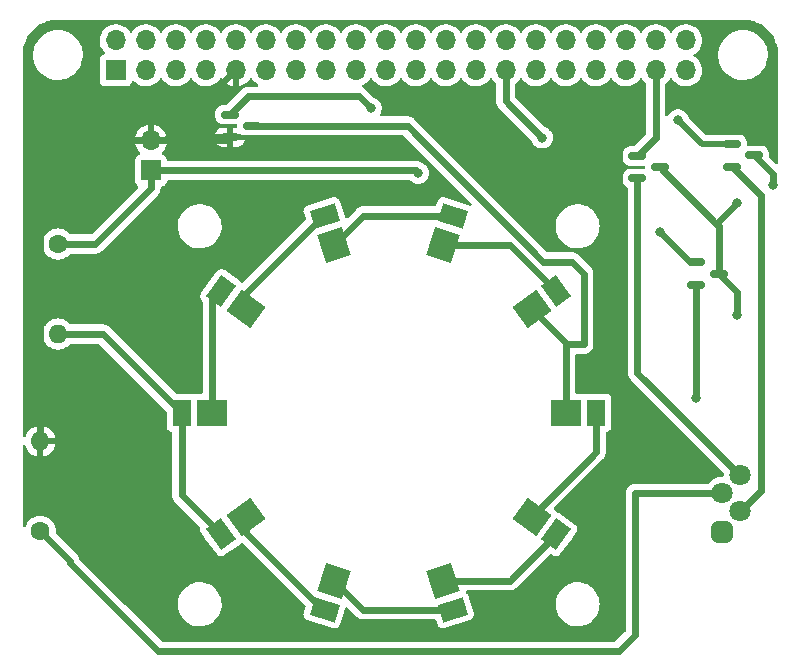
<source format=gtl>
G04 #@! TF.GenerationSoftware,KiCad,Pcbnew,(6.0.9-0)*
G04 #@! TF.CreationDate,2024-08-31T06:56:55+09:00*
G04 #@! TF.ProjectId,LEDHat,4c454448-6174-42e6-9b69-6361645f7063,rev?*
G04 #@! TF.SameCoordinates,Original*
G04 #@! TF.FileFunction,Copper,L1,Top*
G04 #@! TF.FilePolarity,Positive*
%FSLAX46Y46*%
G04 Gerber Fmt 4.6, Leading zero omitted, Abs format (unit mm)*
G04 Created by KiCad (PCBNEW (6.0.9-0)) date 2024-08-31 06:56:55*
%MOMM*%
%LPD*%
G01*
G04 APERTURE LIST*
G04 Aperture macros list*
%AMRoundRect*
0 Rectangle with rounded corners*
0 $1 Rounding radius*
0 $2 $3 $4 $5 $6 $7 $8 $9 X,Y pos of 4 corners*
0 Add a 4 corners polygon primitive as box body*
4,1,4,$2,$3,$4,$5,$6,$7,$8,$9,$2,$3,0*
0 Add four circle primitives for the rounded corners*
1,1,$1+$1,$2,$3*
1,1,$1+$1,$4,$5*
1,1,$1+$1,$6,$7*
1,1,$1+$1,$8,$9*
0 Add four rect primitives between the rounded corners*
20,1,$1+$1,$2,$3,$4,$5,0*
20,1,$1+$1,$4,$5,$6,$7,0*
20,1,$1+$1,$6,$7,$8,$9,0*
20,1,$1+$1,$8,$9,$2,$3,0*%
%AMRotRect*
0 Rectangle, with rotation*
0 The origin of the aperture is its center*
0 $1 length*
0 $2 width*
0 $3 Rotation angle, in degrees counterclockwise*
0 Add horizontal line*
21,1,$1,$2,0,0,$3*%
G04 Aperture macros list end*
G04 #@! TA.AperFunction,SMDPad,CuDef*
%ADD10RotRect,2.500000X2.200000X144.000000*%
G04 #@! TD*
G04 #@! TA.AperFunction,SMDPad,CuDef*
%ADD11RotRect,1.550000X2.200000X144.000000*%
G04 #@! TD*
G04 #@! TA.AperFunction,SMDPad,CuDef*
%ADD12RotRect,2.500000X2.200000X108.000000*%
G04 #@! TD*
G04 #@! TA.AperFunction,SMDPad,CuDef*
%ADD13RotRect,1.550000X2.200000X108.000000*%
G04 #@! TD*
G04 #@! TA.AperFunction,SMDPad,CuDef*
%ADD14RoundRect,0.150000X-0.587500X-0.150000X0.587500X-0.150000X0.587500X0.150000X-0.587500X0.150000X0*%
G04 #@! TD*
G04 #@! TA.AperFunction,ComponentPad*
%ADD15RoundRect,0.450000X0.450000X-0.450000X0.450000X0.450000X-0.450000X0.450000X-0.450000X-0.450000X0*%
G04 #@! TD*
G04 #@! TA.AperFunction,ComponentPad*
%ADD16C,1.800000*%
G04 #@! TD*
G04 #@! TA.AperFunction,ComponentPad*
%ADD17O,1.700000X1.700000*%
G04 #@! TD*
G04 #@! TA.AperFunction,ComponentPad*
%ADD18R,1.700000X1.700000*%
G04 #@! TD*
G04 #@! TA.AperFunction,SMDPad,CuDef*
%ADD19RotRect,2.500000X2.200000X216.000000*%
G04 #@! TD*
G04 #@! TA.AperFunction,SMDPad,CuDef*
%ADD20RotRect,1.550000X2.200000X216.000000*%
G04 #@! TD*
G04 #@! TA.AperFunction,SMDPad,CuDef*
%ADD21RotRect,2.500000X2.200000X252.000000*%
G04 #@! TD*
G04 #@! TA.AperFunction,SMDPad,CuDef*
%ADD22RotRect,1.550000X2.200000X252.000000*%
G04 #@! TD*
G04 #@! TA.AperFunction,ComponentPad*
%ADD23C,1.600000*%
G04 #@! TD*
G04 #@! TA.AperFunction,ComponentPad*
%ADD24O,1.600000X1.600000*%
G04 #@! TD*
G04 #@! TA.AperFunction,SMDPad,CuDef*
%ADD25R,2.500000X2.200000*%
G04 #@! TD*
G04 #@! TA.AperFunction,SMDPad,CuDef*
%ADD26R,1.550000X2.200000*%
G04 #@! TD*
G04 #@! TA.AperFunction,SMDPad,CuDef*
%ADD27RotRect,2.500000X2.200000X72.000000*%
G04 #@! TD*
G04 #@! TA.AperFunction,SMDPad,CuDef*
%ADD28RotRect,1.550000X2.200000X72.000000*%
G04 #@! TD*
G04 #@! TA.AperFunction,SMDPad,CuDef*
%ADD29RotRect,2.500000X2.200000X288.000000*%
G04 #@! TD*
G04 #@! TA.AperFunction,SMDPad,CuDef*
%ADD30RotRect,1.550000X2.200000X288.000000*%
G04 #@! TD*
G04 #@! TA.AperFunction,SMDPad,CuDef*
%ADD31RotRect,2.500000X2.200000X36.000000*%
G04 #@! TD*
G04 #@! TA.AperFunction,SMDPad,CuDef*
%ADD32RotRect,1.550000X2.200000X36.000000*%
G04 #@! TD*
G04 #@! TA.AperFunction,SMDPad,CuDef*
%ADD33RotRect,2.500000X2.200000X324.000000*%
G04 #@! TD*
G04 #@! TA.AperFunction,SMDPad,CuDef*
%ADD34RotRect,1.550000X2.200000X324.000000*%
G04 #@! TD*
G04 #@! TA.AperFunction,ViaPad*
%ADD35C,0.800000*%
G04 #@! TD*
G04 #@! TA.AperFunction,Conductor*
%ADD36C,0.500000*%
G04 #@! TD*
G04 #@! TA.AperFunction,Conductor*
%ADD37C,0.600000*%
G04 #@! TD*
G04 APERTURE END LIST*
D10*
X69405196Y-85000000D03*
D11*
X67321977Y-83486452D03*
D12*
X76880196Y-79569094D03*
D13*
X76084477Y-77120124D03*
D14*
X110562500Y-71050000D03*
X110562500Y-72950000D03*
X112437500Y-72000000D03*
X107562500Y-81050000D03*
X107562500Y-82950000D03*
X109437500Y-82000000D03*
X68062500Y-68550000D03*
X68062500Y-70450000D03*
X69937500Y-69500000D03*
D15*
X109740000Y-103910000D03*
D16*
X111264000Y-102132000D03*
X109740000Y-100608000D03*
X111264000Y-99084000D03*
D17*
X61375000Y-70735000D03*
D18*
X61375000Y-73275000D03*
D19*
X69380196Y-102574778D03*
D20*
X67296977Y-104088326D03*
D21*
X76880196Y-108005684D03*
D22*
X76084477Y-110454654D03*
D23*
X52000000Y-103810000D03*
D24*
X52000000Y-96190000D03*
D25*
X96500000Y-93787389D03*
D26*
X99075000Y-93787389D03*
D27*
X86119804Y-79569094D03*
D28*
X86915523Y-77120124D03*
D29*
X86119804Y-108005684D03*
D30*
X86915523Y-110454654D03*
D31*
X93594804Y-85000000D03*
D32*
X95678023Y-83486452D03*
D25*
X66550000Y-93787389D03*
D26*
X63975000Y-93787389D03*
D14*
X102562500Y-72050000D03*
X102562500Y-73950000D03*
X104437500Y-73000000D03*
D33*
X93594804Y-102574778D03*
D34*
X95678023Y-104088326D03*
D23*
X53500000Y-79500000D03*
D24*
X53500000Y-87120000D03*
D18*
X58400000Y-64790000D03*
D17*
X58400000Y-62250000D03*
X60940000Y-64790000D03*
X60940000Y-62250000D03*
X63480000Y-64790000D03*
X63480000Y-62250000D03*
X66020000Y-64790000D03*
X66020000Y-62250000D03*
X68560000Y-64790000D03*
X68560000Y-62250000D03*
X71100000Y-64790000D03*
X71100000Y-62250000D03*
X73640000Y-64790000D03*
X73640000Y-62250000D03*
X76180000Y-64790000D03*
X76180000Y-62250000D03*
X78720000Y-64790000D03*
X78720000Y-62250000D03*
X81260000Y-64790000D03*
X81260000Y-62250000D03*
X83800000Y-64790000D03*
X83800000Y-62250000D03*
X86340000Y-64790000D03*
X86340000Y-62250000D03*
X88880000Y-64790000D03*
X88880000Y-62250000D03*
X91420000Y-64790000D03*
X91420000Y-62250000D03*
X93960000Y-64790000D03*
X93960000Y-62250000D03*
X96500000Y-64790000D03*
X96500000Y-62250000D03*
X99040000Y-64790000D03*
X99040000Y-62250000D03*
X101580000Y-64790000D03*
X101580000Y-62250000D03*
X104120000Y-64790000D03*
X104120000Y-62250000D03*
X106660000Y-64790000D03*
X106660000Y-62250000D03*
D35*
X92500000Y-75500000D03*
X56000000Y-67000000D03*
X71000000Y-76000000D03*
X110000000Y-68000000D03*
X106000000Y-69000000D03*
X84000000Y-73500000D03*
X107500000Y-92500000D03*
X61000000Y-79000000D03*
X100500000Y-68000000D03*
X73000000Y-71500000D03*
X58500000Y-92500000D03*
X60000000Y-103000000D03*
X56500000Y-95500000D03*
X81000000Y-112000000D03*
X70000000Y-109000000D03*
X70000000Y-112000000D03*
X99500000Y-104500000D03*
X56500000Y-82500000D03*
X102000000Y-97500000D03*
X60000000Y-83500000D03*
X106500000Y-97500000D03*
X57500000Y-103000000D03*
X59500000Y-106500000D03*
X78500000Y-71000000D03*
X92500000Y-111500000D03*
X89500000Y-70000000D03*
X100500000Y-89000000D03*
X56000000Y-92500000D03*
X94500000Y-70500000D03*
X104500000Y-78500000D03*
X80000000Y-68000000D03*
X114000000Y-74500000D03*
X111000000Y-85500000D03*
X111000000Y-76000000D03*
D36*
X108050000Y-71050000D02*
X106000000Y-69000000D01*
X110562500Y-71050000D02*
X108050000Y-71050000D01*
X68560000Y-64790000D02*
X62615000Y-70735000D01*
X62615000Y-70735000D02*
X61375000Y-70735000D01*
D37*
X83775000Y-73275000D02*
X84000000Y-73500000D01*
X61375000Y-73275000D02*
X83775000Y-73275000D01*
X56650000Y-79500000D02*
X61375000Y-74775000D01*
X61375000Y-74775000D02*
X61375000Y-73275000D01*
X61375000Y-70735000D02*
X67777500Y-70735000D01*
X67777500Y-70735000D02*
X68062500Y-70450000D01*
X52000000Y-78500000D02*
X59765000Y-70735000D01*
X59765000Y-70735000D02*
X61375000Y-70735000D01*
X75900397Y-110454654D02*
X76084477Y-110454654D01*
X69380196Y-103934453D02*
X75900397Y-110454654D01*
X69380196Y-102574778D02*
X69380196Y-103934453D01*
X67296977Y-104088326D02*
X63975000Y-100766349D01*
X57307611Y-87120000D02*
X63975000Y-93787389D01*
X53500000Y-87120000D02*
X57307611Y-87120000D01*
X63975000Y-100766349D02*
X63975000Y-93787389D01*
X76880196Y-108005684D02*
X79329166Y-110454654D01*
X79329166Y-110454654D02*
X86915523Y-110454654D01*
X91760665Y-108005684D02*
X95678023Y-104088326D01*
X86119804Y-108005684D02*
X91760665Y-108005684D01*
X93594804Y-102574778D02*
X99075000Y-97094582D01*
X99075000Y-97094582D02*
X99075000Y-93787389D01*
X69937500Y-69500000D02*
X83105785Y-69500000D01*
X98000000Y-82000000D02*
X98000000Y-88000000D01*
X96500000Y-87905196D02*
X93594804Y-85000000D01*
X83105785Y-69500000D02*
X94605785Y-81000000D01*
X96500000Y-93787389D02*
X96500000Y-88000000D01*
X97000000Y-81000000D02*
X98000000Y-82000000D01*
X96500000Y-88000000D02*
X96500000Y-87905196D01*
X94605785Y-81000000D02*
X97000000Y-81000000D01*
X98000000Y-88000000D02*
X96500000Y-88000000D01*
X66550000Y-93787389D02*
X66550000Y-84258429D01*
X66550000Y-84258429D02*
X67321977Y-83486452D01*
X69405196Y-83640325D02*
X75925397Y-77120124D01*
X75925397Y-77120124D02*
X76084477Y-77120124D01*
X69405196Y-85000000D02*
X69405196Y-83640325D01*
X79329166Y-77120124D02*
X86915523Y-77120124D01*
X76880196Y-79569094D02*
X79329166Y-77120124D01*
X91760665Y-79569094D02*
X95678023Y-83486452D01*
X86119804Y-79569094D02*
X91760665Y-79569094D01*
X107500000Y-83012500D02*
X107562500Y-82950000D01*
X107500000Y-92500000D02*
X107500000Y-83012500D01*
X110562500Y-72950000D02*
X113000000Y-75387500D01*
X113000000Y-75387500D02*
X113000000Y-100396000D01*
X113000000Y-100396000D02*
X111264000Y-102132000D01*
X54500000Y-106500000D02*
X54500000Y-106310000D01*
X62000000Y-114000000D02*
X54500000Y-106500000D01*
X101000000Y-114000000D02*
X62000000Y-114000000D01*
X109740000Y-100608000D02*
X102392000Y-100608000D01*
X102392000Y-100608000D02*
X102392000Y-112608000D01*
X54500000Y-106310000D02*
X52000000Y-103810000D01*
X102392000Y-112608000D02*
X101000000Y-114000000D01*
X111264000Y-99084000D02*
X102562500Y-90382500D01*
X102562500Y-90382500D02*
X102562500Y-73950000D01*
X52000000Y-96190000D02*
X52000000Y-78500000D01*
X107050000Y-81050000D02*
X104500000Y-78500000D01*
X107562500Y-81050000D02*
X107050000Y-81050000D01*
X94500000Y-70500000D02*
X91420000Y-67420000D01*
X91420000Y-67420000D02*
X91420000Y-64790000D01*
X69612500Y-67000000D02*
X79000000Y-67000000D01*
X68062500Y-68550000D02*
X69612500Y-67000000D01*
X79000000Y-67000000D02*
X80000000Y-68000000D01*
X104120000Y-70492500D02*
X102562500Y-72050000D01*
X104120000Y-64790000D02*
X104120000Y-70492500D01*
X111000000Y-83562500D02*
X109437500Y-82000000D01*
X53500000Y-79500000D02*
X56650000Y-79500000D01*
X109437500Y-78000000D02*
X109437500Y-82000000D01*
X114000000Y-74500000D02*
X114000000Y-73562500D01*
X104437500Y-73000000D02*
X109218750Y-77781250D01*
X114000000Y-73562500D02*
X112437500Y-72000000D01*
X109218750Y-77781250D02*
X111000000Y-76000000D01*
X111000000Y-85500000D02*
X111000000Y-83562500D01*
X109218750Y-77781250D02*
X109437500Y-78000000D01*
G04 #@! TA.AperFunction,Conductor*
G36*
X111470018Y-60510000D02*
G01*
X111484851Y-60512310D01*
X111484855Y-60512310D01*
X111493724Y-60513691D01*
X111512436Y-60511244D01*
X111535366Y-60510353D01*
X111806103Y-60524542D01*
X111819209Y-60525919D01*
X112034134Y-60559960D01*
X112115445Y-60572838D01*
X112128345Y-60575580D01*
X112273196Y-60614392D01*
X112418052Y-60653207D01*
X112430586Y-60657279D01*
X112710587Y-60764762D01*
X112722635Y-60770126D01*
X112989870Y-60906289D01*
X113001286Y-60912880D01*
X113252832Y-61076236D01*
X113263492Y-61083982D01*
X113301300Y-61114598D01*
X113496573Y-61272727D01*
X113506374Y-61281552D01*
X113718448Y-61493626D01*
X113727273Y-61503427D01*
X113887916Y-61701804D01*
X113916016Y-61736505D01*
X113923764Y-61747168D01*
X114084429Y-61994570D01*
X114087117Y-61998709D01*
X114093711Y-62010130D01*
X114229874Y-62277365D01*
X114235237Y-62289412D01*
X114330689Y-62538069D01*
X114342719Y-62569409D01*
X114346793Y-62581948D01*
X114367075Y-62657639D01*
X114424420Y-62871655D01*
X114427162Y-62884555D01*
X114474080Y-63180785D01*
X114475458Y-63193902D01*
X114489262Y-63457299D01*
X114487935Y-63483276D01*
X114487691Y-63484846D01*
X114487691Y-63484850D01*
X114486309Y-63493724D01*
X114487473Y-63502626D01*
X114487473Y-63502628D01*
X114490436Y-63525283D01*
X114491500Y-63541621D01*
X114491500Y-72606418D01*
X114471498Y-72674539D01*
X114417842Y-72721032D01*
X114347568Y-72731136D01*
X114282988Y-72701642D01*
X114276405Y-72695513D01*
X113720405Y-72139513D01*
X113686379Y-72077201D01*
X113683500Y-72050418D01*
X113683500Y-71783498D01*
X113682919Y-71776113D01*
X113681067Y-71752579D01*
X113681066Y-71752574D01*
X113680562Y-71746169D01*
X113643227Y-71617661D01*
X113636357Y-71594012D01*
X113636356Y-71594010D01*
X113634145Y-71586399D01*
X113603977Y-71535388D01*
X113553491Y-71450020D01*
X113553489Y-71450017D01*
X113549453Y-71443193D01*
X113431807Y-71325547D01*
X113424983Y-71321511D01*
X113424980Y-71321509D01*
X113295427Y-71244892D01*
X113295428Y-71244892D01*
X113288601Y-71240855D01*
X113280990Y-71238644D01*
X113280988Y-71238643D01*
X113228769Y-71223472D01*
X113128831Y-71194438D01*
X113122426Y-71193934D01*
X113122421Y-71193933D01*
X113093958Y-71191693D01*
X113093950Y-71191693D01*
X113091502Y-71191500D01*
X112452081Y-71191500D01*
X112451641Y-71191499D01*
X112353157Y-71191155D01*
X112353152Y-71191155D01*
X112349630Y-71191143D01*
X112348430Y-71191411D01*
X112346793Y-71191500D01*
X111934500Y-71191500D01*
X111866379Y-71171498D01*
X111819886Y-71117842D01*
X111808500Y-71065500D01*
X111808500Y-70833498D01*
X111808307Y-70831042D01*
X111806067Y-70802579D01*
X111806066Y-70802574D01*
X111805562Y-70796169D01*
X111774696Y-70689928D01*
X111761357Y-70644012D01*
X111761356Y-70644010D01*
X111759145Y-70636399D01*
X111705344Y-70545426D01*
X111678491Y-70500020D01*
X111678489Y-70500017D01*
X111674453Y-70493193D01*
X111556807Y-70375547D01*
X111549983Y-70371511D01*
X111549980Y-70371509D01*
X111420427Y-70294892D01*
X111420428Y-70294892D01*
X111413601Y-70290855D01*
X111405990Y-70288644D01*
X111405988Y-70288643D01*
X111346973Y-70271498D01*
X111253831Y-70244438D01*
X111247426Y-70243934D01*
X111247421Y-70243933D01*
X111218958Y-70241693D01*
X111218950Y-70241693D01*
X111216502Y-70241500D01*
X109908498Y-70241500D01*
X109906050Y-70241693D01*
X109906042Y-70241693D01*
X109877579Y-70243933D01*
X109877574Y-70243934D01*
X109871169Y-70244438D01*
X109864993Y-70246232D01*
X109864989Y-70246233D01*
X109726398Y-70286497D01*
X109691246Y-70291500D01*
X108416371Y-70291500D01*
X108348250Y-70271498D01*
X108327276Y-70254595D01*
X106920125Y-68847444D01*
X106889387Y-68797285D01*
X106886825Y-68789398D01*
X106834527Y-68628444D01*
X106739040Y-68463056D01*
X106611253Y-68321134D01*
X106456752Y-68208882D01*
X106450724Y-68206198D01*
X106450722Y-68206197D01*
X106288319Y-68133891D01*
X106288318Y-68133891D01*
X106282288Y-68131206D01*
X106188888Y-68111353D01*
X106101944Y-68092872D01*
X106101939Y-68092872D01*
X106095487Y-68091500D01*
X105904513Y-68091500D01*
X105898061Y-68092872D01*
X105898056Y-68092872D01*
X105811112Y-68111353D01*
X105717712Y-68131206D01*
X105711682Y-68133891D01*
X105711681Y-68133891D01*
X105549278Y-68206197D01*
X105549276Y-68206198D01*
X105543248Y-68208882D01*
X105388747Y-68321134D01*
X105260960Y-68463056D01*
X105165473Y-68628444D01*
X105163920Y-68627547D01*
X105123625Y-68674954D01*
X105055698Y-68695602D01*
X104987390Y-68676249D01*
X104940389Y-68623037D01*
X104928500Y-68569608D01*
X104928500Y-65946968D01*
X104948502Y-65878847D01*
X104981331Y-65844390D01*
X104995654Y-65834174D01*
X104995661Y-65834168D01*
X104999860Y-65831173D01*
X105158096Y-65673489D01*
X105288453Y-65492077D01*
X105289776Y-65493028D01*
X105336645Y-65449857D01*
X105406580Y-65437625D01*
X105472026Y-65465144D01*
X105499875Y-65496994D01*
X105559987Y-65595088D01*
X105706250Y-65763938D01*
X105878126Y-65906632D01*
X106071000Y-66019338D01*
X106279692Y-66099030D01*
X106284760Y-66100061D01*
X106284763Y-66100062D01*
X106372155Y-66117842D01*
X106498597Y-66143567D01*
X106503772Y-66143757D01*
X106503774Y-66143757D01*
X106716673Y-66151564D01*
X106716677Y-66151564D01*
X106721837Y-66151753D01*
X106726957Y-66151097D01*
X106726959Y-66151097D01*
X106938288Y-66124025D01*
X106938289Y-66124025D01*
X106943416Y-66123368D01*
X106948366Y-66121883D01*
X107152429Y-66060661D01*
X107152434Y-66060659D01*
X107157384Y-66059174D01*
X107357994Y-65960896D01*
X107539860Y-65831173D01*
X107698096Y-65673489D01*
X107828453Y-65492077D01*
X107841995Y-65464678D01*
X107925136Y-65296453D01*
X107925137Y-65296451D01*
X107927430Y-65291811D01*
X107992370Y-65078069D01*
X108021529Y-64856590D01*
X108023156Y-64790000D01*
X108004852Y-64567361D01*
X107950431Y-64350702D01*
X107861354Y-64145840D01*
X107740014Y-63958277D01*
X107589670Y-63793051D01*
X107585619Y-63789852D01*
X107585615Y-63789848D01*
X107418414Y-63657800D01*
X107418410Y-63657798D01*
X107414359Y-63654598D01*
X107374696Y-63632703D01*
X109390743Y-63632703D01*
X109391302Y-63636947D01*
X109391302Y-63636951D01*
X109394210Y-63659036D01*
X109428268Y-63917734D01*
X109429401Y-63921874D01*
X109429401Y-63921876D01*
X109434197Y-63939406D01*
X109504129Y-64195036D01*
X109505813Y-64198984D01*
X109570527Y-64350702D01*
X109616923Y-64459476D01*
X109764561Y-64706161D01*
X109944313Y-64930528D01*
X110152851Y-65128423D01*
X110175787Y-65144904D01*
X110380229Y-65291811D01*
X110386317Y-65296186D01*
X110390112Y-65298195D01*
X110390113Y-65298196D01*
X110411869Y-65309715D01*
X110640392Y-65430712D01*
X110734482Y-65465144D01*
X110810679Y-65493028D01*
X110910373Y-65529511D01*
X111191264Y-65590755D01*
X111219841Y-65593004D01*
X111414282Y-65608307D01*
X111414291Y-65608307D01*
X111416739Y-65608500D01*
X111572271Y-65608500D01*
X111574407Y-65608354D01*
X111574418Y-65608354D01*
X111782548Y-65594165D01*
X111782554Y-65594164D01*
X111786825Y-65593873D01*
X111791020Y-65593004D01*
X111791022Y-65593004D01*
X111927583Y-65564724D01*
X112068342Y-65535574D01*
X112339343Y-65439607D01*
X112594812Y-65307750D01*
X112598313Y-65305289D01*
X112598317Y-65305287D01*
X112751484Y-65197639D01*
X112830023Y-65142441D01*
X113040622Y-64946740D01*
X113222713Y-64724268D01*
X113372927Y-64479142D01*
X113427106Y-64355720D01*
X113486757Y-64219830D01*
X113488483Y-64215898D01*
X113567244Y-63939406D01*
X113607751Y-63654784D01*
X113607829Y-63640036D01*
X113609235Y-63371583D01*
X113609235Y-63371576D01*
X113609257Y-63367297D01*
X113608438Y-63361071D01*
X113578956Y-63137137D01*
X113571732Y-63082266D01*
X113565365Y-63058990D01*
X113549585Y-63001311D01*
X113495871Y-62804964D01*
X113383077Y-62540524D01*
X113251041Y-62319908D01*
X113237643Y-62297521D01*
X113237640Y-62297517D01*
X113235439Y-62293839D01*
X113055687Y-62069472D01*
X112847149Y-61871577D01*
X112613683Y-61703814D01*
X112591843Y-61692250D01*
X112568654Y-61679972D01*
X112359608Y-61569288D01*
X112089627Y-61470489D01*
X111808736Y-61409245D01*
X111777685Y-61406801D01*
X111585718Y-61391693D01*
X111585709Y-61391693D01*
X111583261Y-61391500D01*
X111427729Y-61391500D01*
X111425593Y-61391646D01*
X111425582Y-61391646D01*
X111217452Y-61405835D01*
X111217446Y-61405836D01*
X111213175Y-61406127D01*
X111208980Y-61406996D01*
X111208978Y-61406996D01*
X111154504Y-61418277D01*
X110931658Y-61464426D01*
X110660657Y-61560393D01*
X110405188Y-61692250D01*
X110401687Y-61694711D01*
X110401683Y-61694713D01*
X110306789Y-61761406D01*
X110169977Y-61857559D01*
X110154892Y-61871577D01*
X109981695Y-62032522D01*
X109959378Y-62053260D01*
X109777287Y-62275732D01*
X109627073Y-62520858D01*
X109511517Y-62784102D01*
X109510342Y-62788229D01*
X109510341Y-62788230D01*
X109488582Y-62864616D01*
X109432756Y-63060594D01*
X109392249Y-63345216D01*
X109392227Y-63349505D01*
X109392226Y-63349512D01*
X109390765Y-63628417D01*
X109390743Y-63632703D01*
X107374696Y-63632703D01*
X107373053Y-63631796D01*
X107323084Y-63581364D01*
X107308312Y-63511921D01*
X107333428Y-63445516D01*
X107360780Y-63418909D01*
X107427129Y-63371583D01*
X107539860Y-63291173D01*
X107698096Y-63133489D01*
X107757594Y-63050689D01*
X107825435Y-62956277D01*
X107828453Y-62952077D01*
X107849320Y-62909857D01*
X107925136Y-62756453D01*
X107925137Y-62756451D01*
X107927430Y-62751811D01*
X107979037Y-62581953D01*
X107990865Y-62543023D01*
X107990865Y-62543021D01*
X107992370Y-62538069D01*
X108021529Y-62316590D01*
X108022438Y-62279386D01*
X108023074Y-62253365D01*
X108023074Y-62253361D01*
X108023156Y-62250000D01*
X108004852Y-62027361D01*
X107950431Y-61810702D01*
X107861354Y-61605840D01*
X107791781Y-61498296D01*
X107742822Y-61422617D01*
X107742820Y-61422614D01*
X107740014Y-61418277D01*
X107589670Y-61253051D01*
X107585619Y-61249852D01*
X107585615Y-61249848D01*
X107418414Y-61117800D01*
X107418410Y-61117798D01*
X107414359Y-61114598D01*
X107218789Y-61006638D01*
X107213920Y-61004914D01*
X107213916Y-61004912D01*
X107013087Y-60933795D01*
X107013083Y-60933794D01*
X107008212Y-60932069D01*
X107003119Y-60931162D01*
X107003116Y-60931161D01*
X106793373Y-60893800D01*
X106793367Y-60893799D01*
X106788284Y-60892894D01*
X106714452Y-60891992D01*
X106570081Y-60890228D01*
X106570079Y-60890228D01*
X106564911Y-60890165D01*
X106344091Y-60923955D01*
X106131756Y-60993357D01*
X106101443Y-61009137D01*
X105961938Y-61081759D01*
X105933607Y-61096507D01*
X105929474Y-61099610D01*
X105929471Y-61099612D01*
X105905247Y-61117800D01*
X105754965Y-61230635D01*
X105600629Y-61392138D01*
X105493201Y-61549621D01*
X105438293Y-61594621D01*
X105367768Y-61602792D01*
X105304021Y-61571538D01*
X105283324Y-61547054D01*
X105202822Y-61422617D01*
X105202820Y-61422614D01*
X105200014Y-61418277D01*
X105049670Y-61253051D01*
X105045619Y-61249852D01*
X105045615Y-61249848D01*
X104878414Y-61117800D01*
X104878410Y-61117798D01*
X104874359Y-61114598D01*
X104678789Y-61006638D01*
X104673920Y-61004914D01*
X104673916Y-61004912D01*
X104473087Y-60933795D01*
X104473083Y-60933794D01*
X104468212Y-60932069D01*
X104463119Y-60931162D01*
X104463116Y-60931161D01*
X104253373Y-60893800D01*
X104253367Y-60893799D01*
X104248284Y-60892894D01*
X104174452Y-60891992D01*
X104030081Y-60890228D01*
X104030079Y-60890228D01*
X104024911Y-60890165D01*
X103804091Y-60923955D01*
X103591756Y-60993357D01*
X103561443Y-61009137D01*
X103421938Y-61081759D01*
X103393607Y-61096507D01*
X103389474Y-61099610D01*
X103389471Y-61099612D01*
X103365247Y-61117800D01*
X103214965Y-61230635D01*
X103060629Y-61392138D01*
X102953201Y-61549621D01*
X102898293Y-61594621D01*
X102827768Y-61602792D01*
X102764021Y-61571538D01*
X102743324Y-61547054D01*
X102662822Y-61422617D01*
X102662820Y-61422614D01*
X102660014Y-61418277D01*
X102509670Y-61253051D01*
X102505619Y-61249852D01*
X102505615Y-61249848D01*
X102338414Y-61117800D01*
X102338410Y-61117798D01*
X102334359Y-61114598D01*
X102138789Y-61006638D01*
X102133920Y-61004914D01*
X102133916Y-61004912D01*
X101933087Y-60933795D01*
X101933083Y-60933794D01*
X101928212Y-60932069D01*
X101923119Y-60931162D01*
X101923116Y-60931161D01*
X101713373Y-60893800D01*
X101713367Y-60893799D01*
X101708284Y-60892894D01*
X101634452Y-60891992D01*
X101490081Y-60890228D01*
X101490079Y-60890228D01*
X101484911Y-60890165D01*
X101264091Y-60923955D01*
X101051756Y-60993357D01*
X101021443Y-61009137D01*
X100881938Y-61081759D01*
X100853607Y-61096507D01*
X100849474Y-61099610D01*
X100849471Y-61099612D01*
X100825247Y-61117800D01*
X100674965Y-61230635D01*
X100520629Y-61392138D01*
X100413201Y-61549621D01*
X100358293Y-61594621D01*
X100287768Y-61602792D01*
X100224021Y-61571538D01*
X100203324Y-61547054D01*
X100122822Y-61422617D01*
X100122820Y-61422614D01*
X100120014Y-61418277D01*
X99969670Y-61253051D01*
X99965619Y-61249852D01*
X99965615Y-61249848D01*
X99798414Y-61117800D01*
X99798410Y-61117798D01*
X99794359Y-61114598D01*
X99598789Y-61006638D01*
X99593920Y-61004914D01*
X99593916Y-61004912D01*
X99393087Y-60933795D01*
X99393083Y-60933794D01*
X99388212Y-60932069D01*
X99383119Y-60931162D01*
X99383116Y-60931161D01*
X99173373Y-60893800D01*
X99173367Y-60893799D01*
X99168284Y-60892894D01*
X99094452Y-60891992D01*
X98950081Y-60890228D01*
X98950079Y-60890228D01*
X98944911Y-60890165D01*
X98724091Y-60923955D01*
X98511756Y-60993357D01*
X98481443Y-61009137D01*
X98341938Y-61081759D01*
X98313607Y-61096507D01*
X98309474Y-61099610D01*
X98309471Y-61099612D01*
X98285247Y-61117800D01*
X98134965Y-61230635D01*
X97980629Y-61392138D01*
X97873201Y-61549621D01*
X97818293Y-61594621D01*
X97747768Y-61602792D01*
X97684021Y-61571538D01*
X97663324Y-61547054D01*
X97582822Y-61422617D01*
X97582820Y-61422614D01*
X97580014Y-61418277D01*
X97429670Y-61253051D01*
X97425619Y-61249852D01*
X97425615Y-61249848D01*
X97258414Y-61117800D01*
X97258410Y-61117798D01*
X97254359Y-61114598D01*
X97058789Y-61006638D01*
X97053920Y-61004914D01*
X97053916Y-61004912D01*
X96853087Y-60933795D01*
X96853083Y-60933794D01*
X96848212Y-60932069D01*
X96843119Y-60931162D01*
X96843116Y-60931161D01*
X96633373Y-60893800D01*
X96633367Y-60893799D01*
X96628284Y-60892894D01*
X96554452Y-60891992D01*
X96410081Y-60890228D01*
X96410079Y-60890228D01*
X96404911Y-60890165D01*
X96184091Y-60923955D01*
X95971756Y-60993357D01*
X95941443Y-61009137D01*
X95801938Y-61081759D01*
X95773607Y-61096507D01*
X95769474Y-61099610D01*
X95769471Y-61099612D01*
X95745247Y-61117800D01*
X95594965Y-61230635D01*
X95440629Y-61392138D01*
X95333201Y-61549621D01*
X95278293Y-61594621D01*
X95207768Y-61602792D01*
X95144021Y-61571538D01*
X95123324Y-61547054D01*
X95042822Y-61422617D01*
X95042820Y-61422614D01*
X95040014Y-61418277D01*
X94889670Y-61253051D01*
X94885619Y-61249852D01*
X94885615Y-61249848D01*
X94718414Y-61117800D01*
X94718410Y-61117798D01*
X94714359Y-61114598D01*
X94518789Y-61006638D01*
X94513920Y-61004914D01*
X94513916Y-61004912D01*
X94313087Y-60933795D01*
X94313083Y-60933794D01*
X94308212Y-60932069D01*
X94303119Y-60931162D01*
X94303116Y-60931161D01*
X94093373Y-60893800D01*
X94093367Y-60893799D01*
X94088284Y-60892894D01*
X94014452Y-60891992D01*
X93870081Y-60890228D01*
X93870079Y-60890228D01*
X93864911Y-60890165D01*
X93644091Y-60923955D01*
X93431756Y-60993357D01*
X93401443Y-61009137D01*
X93261938Y-61081759D01*
X93233607Y-61096507D01*
X93229474Y-61099610D01*
X93229471Y-61099612D01*
X93205247Y-61117800D01*
X93054965Y-61230635D01*
X92900629Y-61392138D01*
X92793201Y-61549621D01*
X92738293Y-61594621D01*
X92667768Y-61602792D01*
X92604021Y-61571538D01*
X92583324Y-61547054D01*
X92502822Y-61422617D01*
X92502820Y-61422614D01*
X92500014Y-61418277D01*
X92349670Y-61253051D01*
X92345619Y-61249852D01*
X92345615Y-61249848D01*
X92178414Y-61117800D01*
X92178410Y-61117798D01*
X92174359Y-61114598D01*
X91978789Y-61006638D01*
X91973920Y-61004914D01*
X91973916Y-61004912D01*
X91773087Y-60933795D01*
X91773083Y-60933794D01*
X91768212Y-60932069D01*
X91763119Y-60931162D01*
X91763116Y-60931161D01*
X91553373Y-60893800D01*
X91553367Y-60893799D01*
X91548284Y-60892894D01*
X91474452Y-60891992D01*
X91330081Y-60890228D01*
X91330079Y-60890228D01*
X91324911Y-60890165D01*
X91104091Y-60923955D01*
X90891756Y-60993357D01*
X90861443Y-61009137D01*
X90721938Y-61081759D01*
X90693607Y-61096507D01*
X90689474Y-61099610D01*
X90689471Y-61099612D01*
X90665247Y-61117800D01*
X90514965Y-61230635D01*
X90360629Y-61392138D01*
X90253201Y-61549621D01*
X90198293Y-61594621D01*
X90127768Y-61602792D01*
X90064021Y-61571538D01*
X90043324Y-61547054D01*
X89962822Y-61422617D01*
X89962820Y-61422614D01*
X89960014Y-61418277D01*
X89809670Y-61253051D01*
X89805619Y-61249852D01*
X89805615Y-61249848D01*
X89638414Y-61117800D01*
X89638410Y-61117798D01*
X89634359Y-61114598D01*
X89438789Y-61006638D01*
X89433920Y-61004914D01*
X89433916Y-61004912D01*
X89233087Y-60933795D01*
X89233083Y-60933794D01*
X89228212Y-60932069D01*
X89223119Y-60931162D01*
X89223116Y-60931161D01*
X89013373Y-60893800D01*
X89013367Y-60893799D01*
X89008284Y-60892894D01*
X88934452Y-60891992D01*
X88790081Y-60890228D01*
X88790079Y-60890228D01*
X88784911Y-60890165D01*
X88564091Y-60923955D01*
X88351756Y-60993357D01*
X88321443Y-61009137D01*
X88181938Y-61081759D01*
X88153607Y-61096507D01*
X88149474Y-61099610D01*
X88149471Y-61099612D01*
X88125247Y-61117800D01*
X87974965Y-61230635D01*
X87820629Y-61392138D01*
X87713201Y-61549621D01*
X87658293Y-61594621D01*
X87587768Y-61602792D01*
X87524021Y-61571538D01*
X87503324Y-61547054D01*
X87422822Y-61422617D01*
X87422820Y-61422614D01*
X87420014Y-61418277D01*
X87269670Y-61253051D01*
X87265619Y-61249852D01*
X87265615Y-61249848D01*
X87098414Y-61117800D01*
X87098410Y-61117798D01*
X87094359Y-61114598D01*
X86898789Y-61006638D01*
X86893920Y-61004914D01*
X86893916Y-61004912D01*
X86693087Y-60933795D01*
X86693083Y-60933794D01*
X86688212Y-60932069D01*
X86683119Y-60931162D01*
X86683116Y-60931161D01*
X86473373Y-60893800D01*
X86473367Y-60893799D01*
X86468284Y-60892894D01*
X86394452Y-60891992D01*
X86250081Y-60890228D01*
X86250079Y-60890228D01*
X86244911Y-60890165D01*
X86024091Y-60923955D01*
X85811756Y-60993357D01*
X85781443Y-61009137D01*
X85641938Y-61081759D01*
X85613607Y-61096507D01*
X85609474Y-61099610D01*
X85609471Y-61099612D01*
X85585247Y-61117800D01*
X85434965Y-61230635D01*
X85280629Y-61392138D01*
X85173201Y-61549621D01*
X85118293Y-61594621D01*
X85047768Y-61602792D01*
X84984021Y-61571538D01*
X84963324Y-61547054D01*
X84882822Y-61422617D01*
X84882820Y-61422614D01*
X84880014Y-61418277D01*
X84729670Y-61253051D01*
X84725619Y-61249852D01*
X84725615Y-61249848D01*
X84558414Y-61117800D01*
X84558410Y-61117798D01*
X84554359Y-61114598D01*
X84358789Y-61006638D01*
X84353920Y-61004914D01*
X84353916Y-61004912D01*
X84153087Y-60933795D01*
X84153083Y-60933794D01*
X84148212Y-60932069D01*
X84143119Y-60931162D01*
X84143116Y-60931161D01*
X83933373Y-60893800D01*
X83933367Y-60893799D01*
X83928284Y-60892894D01*
X83854452Y-60891992D01*
X83710081Y-60890228D01*
X83710079Y-60890228D01*
X83704911Y-60890165D01*
X83484091Y-60923955D01*
X83271756Y-60993357D01*
X83241443Y-61009137D01*
X83101938Y-61081759D01*
X83073607Y-61096507D01*
X83069474Y-61099610D01*
X83069471Y-61099612D01*
X83045247Y-61117800D01*
X82894965Y-61230635D01*
X82740629Y-61392138D01*
X82633201Y-61549621D01*
X82578293Y-61594621D01*
X82507768Y-61602792D01*
X82444021Y-61571538D01*
X82423324Y-61547054D01*
X82342822Y-61422617D01*
X82342820Y-61422614D01*
X82340014Y-61418277D01*
X82189670Y-61253051D01*
X82185619Y-61249852D01*
X82185615Y-61249848D01*
X82018414Y-61117800D01*
X82018410Y-61117798D01*
X82014359Y-61114598D01*
X81818789Y-61006638D01*
X81813920Y-61004914D01*
X81813916Y-61004912D01*
X81613087Y-60933795D01*
X81613083Y-60933794D01*
X81608212Y-60932069D01*
X81603119Y-60931162D01*
X81603116Y-60931161D01*
X81393373Y-60893800D01*
X81393367Y-60893799D01*
X81388284Y-60892894D01*
X81314452Y-60891992D01*
X81170081Y-60890228D01*
X81170079Y-60890228D01*
X81164911Y-60890165D01*
X80944091Y-60923955D01*
X80731756Y-60993357D01*
X80701443Y-61009137D01*
X80561938Y-61081759D01*
X80533607Y-61096507D01*
X80529474Y-61099610D01*
X80529471Y-61099612D01*
X80505247Y-61117800D01*
X80354965Y-61230635D01*
X80200629Y-61392138D01*
X80093201Y-61549621D01*
X80038293Y-61594621D01*
X79967768Y-61602792D01*
X79904021Y-61571538D01*
X79883324Y-61547054D01*
X79802822Y-61422617D01*
X79802820Y-61422614D01*
X79800014Y-61418277D01*
X79649670Y-61253051D01*
X79645619Y-61249852D01*
X79645615Y-61249848D01*
X79478414Y-61117800D01*
X79478410Y-61117798D01*
X79474359Y-61114598D01*
X79278789Y-61006638D01*
X79273920Y-61004914D01*
X79273916Y-61004912D01*
X79073087Y-60933795D01*
X79073083Y-60933794D01*
X79068212Y-60932069D01*
X79063119Y-60931162D01*
X79063116Y-60931161D01*
X78853373Y-60893800D01*
X78853367Y-60893799D01*
X78848284Y-60892894D01*
X78774452Y-60891992D01*
X78630081Y-60890228D01*
X78630079Y-60890228D01*
X78624911Y-60890165D01*
X78404091Y-60923955D01*
X78191756Y-60993357D01*
X78161443Y-61009137D01*
X78021938Y-61081759D01*
X77993607Y-61096507D01*
X77989474Y-61099610D01*
X77989471Y-61099612D01*
X77965247Y-61117800D01*
X77814965Y-61230635D01*
X77660629Y-61392138D01*
X77553201Y-61549621D01*
X77498293Y-61594621D01*
X77427768Y-61602792D01*
X77364021Y-61571538D01*
X77343324Y-61547054D01*
X77262822Y-61422617D01*
X77262820Y-61422614D01*
X77260014Y-61418277D01*
X77109670Y-61253051D01*
X77105619Y-61249852D01*
X77105615Y-61249848D01*
X76938414Y-61117800D01*
X76938410Y-61117798D01*
X76934359Y-61114598D01*
X76738789Y-61006638D01*
X76733920Y-61004914D01*
X76733916Y-61004912D01*
X76533087Y-60933795D01*
X76533083Y-60933794D01*
X76528212Y-60932069D01*
X76523119Y-60931162D01*
X76523116Y-60931161D01*
X76313373Y-60893800D01*
X76313367Y-60893799D01*
X76308284Y-60892894D01*
X76234452Y-60891992D01*
X76090081Y-60890228D01*
X76090079Y-60890228D01*
X76084911Y-60890165D01*
X75864091Y-60923955D01*
X75651756Y-60993357D01*
X75621443Y-61009137D01*
X75481938Y-61081759D01*
X75453607Y-61096507D01*
X75449474Y-61099610D01*
X75449471Y-61099612D01*
X75425247Y-61117800D01*
X75274965Y-61230635D01*
X75120629Y-61392138D01*
X75013201Y-61549621D01*
X74958293Y-61594621D01*
X74887768Y-61602792D01*
X74824021Y-61571538D01*
X74803324Y-61547054D01*
X74722822Y-61422617D01*
X74722820Y-61422614D01*
X74720014Y-61418277D01*
X74569670Y-61253051D01*
X74565619Y-61249852D01*
X74565615Y-61249848D01*
X74398414Y-61117800D01*
X74398410Y-61117798D01*
X74394359Y-61114598D01*
X74198789Y-61006638D01*
X74193920Y-61004914D01*
X74193916Y-61004912D01*
X73993087Y-60933795D01*
X73993083Y-60933794D01*
X73988212Y-60932069D01*
X73983119Y-60931162D01*
X73983116Y-60931161D01*
X73773373Y-60893800D01*
X73773367Y-60893799D01*
X73768284Y-60892894D01*
X73694452Y-60891992D01*
X73550081Y-60890228D01*
X73550079Y-60890228D01*
X73544911Y-60890165D01*
X73324091Y-60923955D01*
X73111756Y-60993357D01*
X73081443Y-61009137D01*
X72941938Y-61081759D01*
X72913607Y-61096507D01*
X72909474Y-61099610D01*
X72909471Y-61099612D01*
X72885247Y-61117800D01*
X72734965Y-61230635D01*
X72580629Y-61392138D01*
X72473201Y-61549621D01*
X72418293Y-61594621D01*
X72347768Y-61602792D01*
X72284021Y-61571538D01*
X72263324Y-61547054D01*
X72182822Y-61422617D01*
X72182820Y-61422614D01*
X72180014Y-61418277D01*
X72029670Y-61253051D01*
X72025619Y-61249852D01*
X72025615Y-61249848D01*
X71858414Y-61117800D01*
X71858410Y-61117798D01*
X71854359Y-61114598D01*
X71658789Y-61006638D01*
X71653920Y-61004914D01*
X71653916Y-61004912D01*
X71453087Y-60933795D01*
X71453083Y-60933794D01*
X71448212Y-60932069D01*
X71443119Y-60931162D01*
X71443116Y-60931161D01*
X71233373Y-60893800D01*
X71233367Y-60893799D01*
X71228284Y-60892894D01*
X71154452Y-60891992D01*
X71010081Y-60890228D01*
X71010079Y-60890228D01*
X71004911Y-60890165D01*
X70784091Y-60923955D01*
X70571756Y-60993357D01*
X70541443Y-61009137D01*
X70401938Y-61081759D01*
X70373607Y-61096507D01*
X70369474Y-61099610D01*
X70369471Y-61099612D01*
X70345247Y-61117800D01*
X70194965Y-61230635D01*
X70040629Y-61392138D01*
X69933201Y-61549621D01*
X69878293Y-61594621D01*
X69807768Y-61602792D01*
X69744021Y-61571538D01*
X69723324Y-61547054D01*
X69642822Y-61422617D01*
X69642820Y-61422614D01*
X69640014Y-61418277D01*
X69489670Y-61253051D01*
X69485619Y-61249852D01*
X69485615Y-61249848D01*
X69318414Y-61117800D01*
X69318410Y-61117798D01*
X69314359Y-61114598D01*
X69118789Y-61006638D01*
X69113920Y-61004914D01*
X69113916Y-61004912D01*
X68913087Y-60933795D01*
X68913083Y-60933794D01*
X68908212Y-60932069D01*
X68903119Y-60931162D01*
X68903116Y-60931161D01*
X68693373Y-60893800D01*
X68693367Y-60893799D01*
X68688284Y-60892894D01*
X68614452Y-60891992D01*
X68470081Y-60890228D01*
X68470079Y-60890228D01*
X68464911Y-60890165D01*
X68244091Y-60923955D01*
X68031756Y-60993357D01*
X68001443Y-61009137D01*
X67861938Y-61081759D01*
X67833607Y-61096507D01*
X67829474Y-61099610D01*
X67829471Y-61099612D01*
X67805247Y-61117800D01*
X67654965Y-61230635D01*
X67500629Y-61392138D01*
X67393201Y-61549621D01*
X67338293Y-61594621D01*
X67267768Y-61602792D01*
X67204021Y-61571538D01*
X67183324Y-61547054D01*
X67102822Y-61422617D01*
X67102820Y-61422614D01*
X67100014Y-61418277D01*
X66949670Y-61253051D01*
X66945619Y-61249852D01*
X66945615Y-61249848D01*
X66778414Y-61117800D01*
X66778410Y-61117798D01*
X66774359Y-61114598D01*
X66578789Y-61006638D01*
X66573920Y-61004914D01*
X66573916Y-61004912D01*
X66373087Y-60933795D01*
X66373083Y-60933794D01*
X66368212Y-60932069D01*
X66363119Y-60931162D01*
X66363116Y-60931161D01*
X66153373Y-60893800D01*
X66153367Y-60893799D01*
X66148284Y-60892894D01*
X66074452Y-60891992D01*
X65930081Y-60890228D01*
X65930079Y-60890228D01*
X65924911Y-60890165D01*
X65704091Y-60923955D01*
X65491756Y-60993357D01*
X65461443Y-61009137D01*
X65321938Y-61081759D01*
X65293607Y-61096507D01*
X65289474Y-61099610D01*
X65289471Y-61099612D01*
X65265247Y-61117800D01*
X65114965Y-61230635D01*
X64960629Y-61392138D01*
X64853201Y-61549621D01*
X64798293Y-61594621D01*
X64727768Y-61602792D01*
X64664021Y-61571538D01*
X64643324Y-61547054D01*
X64562822Y-61422617D01*
X64562820Y-61422614D01*
X64560014Y-61418277D01*
X64409670Y-61253051D01*
X64405619Y-61249852D01*
X64405615Y-61249848D01*
X64238414Y-61117800D01*
X64238410Y-61117798D01*
X64234359Y-61114598D01*
X64038789Y-61006638D01*
X64033920Y-61004914D01*
X64033916Y-61004912D01*
X63833087Y-60933795D01*
X63833083Y-60933794D01*
X63828212Y-60932069D01*
X63823119Y-60931162D01*
X63823116Y-60931161D01*
X63613373Y-60893800D01*
X63613367Y-60893799D01*
X63608284Y-60892894D01*
X63534452Y-60891992D01*
X63390081Y-60890228D01*
X63390079Y-60890228D01*
X63384911Y-60890165D01*
X63164091Y-60923955D01*
X62951756Y-60993357D01*
X62921443Y-61009137D01*
X62781938Y-61081759D01*
X62753607Y-61096507D01*
X62749474Y-61099610D01*
X62749471Y-61099612D01*
X62725247Y-61117800D01*
X62574965Y-61230635D01*
X62420629Y-61392138D01*
X62313201Y-61549621D01*
X62258293Y-61594621D01*
X62187768Y-61602792D01*
X62124021Y-61571538D01*
X62103324Y-61547054D01*
X62022822Y-61422617D01*
X62022820Y-61422614D01*
X62020014Y-61418277D01*
X61869670Y-61253051D01*
X61865619Y-61249852D01*
X61865615Y-61249848D01*
X61698414Y-61117800D01*
X61698410Y-61117798D01*
X61694359Y-61114598D01*
X61498789Y-61006638D01*
X61493920Y-61004914D01*
X61493916Y-61004912D01*
X61293087Y-60933795D01*
X61293083Y-60933794D01*
X61288212Y-60932069D01*
X61283119Y-60931162D01*
X61283116Y-60931161D01*
X61073373Y-60893800D01*
X61073367Y-60893799D01*
X61068284Y-60892894D01*
X60994452Y-60891992D01*
X60850081Y-60890228D01*
X60850079Y-60890228D01*
X60844911Y-60890165D01*
X60624091Y-60923955D01*
X60411756Y-60993357D01*
X60381443Y-61009137D01*
X60241938Y-61081759D01*
X60213607Y-61096507D01*
X60209474Y-61099610D01*
X60209471Y-61099612D01*
X60185247Y-61117800D01*
X60034965Y-61230635D01*
X59880629Y-61392138D01*
X59773201Y-61549621D01*
X59718293Y-61594621D01*
X59647768Y-61602792D01*
X59584021Y-61571538D01*
X59563324Y-61547054D01*
X59482822Y-61422617D01*
X59482820Y-61422614D01*
X59480014Y-61418277D01*
X59329670Y-61253051D01*
X59325619Y-61249852D01*
X59325615Y-61249848D01*
X59158414Y-61117800D01*
X59158410Y-61117798D01*
X59154359Y-61114598D01*
X58958789Y-61006638D01*
X58953920Y-61004914D01*
X58953916Y-61004912D01*
X58753087Y-60933795D01*
X58753083Y-60933794D01*
X58748212Y-60932069D01*
X58743119Y-60931162D01*
X58743116Y-60931161D01*
X58533373Y-60893800D01*
X58533367Y-60893799D01*
X58528284Y-60892894D01*
X58454452Y-60891992D01*
X58310081Y-60890228D01*
X58310079Y-60890228D01*
X58304911Y-60890165D01*
X58084091Y-60923955D01*
X57871756Y-60993357D01*
X57841443Y-61009137D01*
X57701938Y-61081759D01*
X57673607Y-61096507D01*
X57669474Y-61099610D01*
X57669471Y-61099612D01*
X57645247Y-61117800D01*
X57494965Y-61230635D01*
X57340629Y-61392138D01*
X57337720Y-61396403D01*
X57337714Y-61396411D01*
X57325404Y-61414457D01*
X57214743Y-61576680D01*
X57199003Y-61610590D01*
X57162010Y-61690285D01*
X57120688Y-61779305D01*
X57060989Y-61994570D01*
X57037251Y-62216695D01*
X57037548Y-62221848D01*
X57037548Y-62221851D01*
X57043011Y-62316590D01*
X57050110Y-62439715D01*
X57051247Y-62444761D01*
X57051248Y-62444767D01*
X57069283Y-62524792D01*
X57099222Y-62657639D01*
X57183266Y-62864616D01*
X57234019Y-62947438D01*
X57297291Y-63050688D01*
X57299987Y-63055088D01*
X57446250Y-63223938D01*
X57450230Y-63227242D01*
X57454981Y-63231187D01*
X57494616Y-63290090D01*
X57496113Y-63361071D01*
X57458997Y-63421593D01*
X57418725Y-63446112D01*
X57377913Y-63461412D01*
X57303295Y-63489385D01*
X57186739Y-63576739D01*
X57099385Y-63693295D01*
X57048255Y-63829684D01*
X57041500Y-63891866D01*
X57041500Y-65688134D01*
X57048255Y-65750316D01*
X57099385Y-65886705D01*
X57186739Y-66003261D01*
X57303295Y-66090615D01*
X57439684Y-66141745D01*
X57501866Y-66148500D01*
X59298134Y-66148500D01*
X59360316Y-66141745D01*
X59496705Y-66090615D01*
X59613261Y-66003261D01*
X59700615Y-65886705D01*
X59722799Y-65827529D01*
X59744598Y-65769382D01*
X59787240Y-65712618D01*
X59853802Y-65687918D01*
X59923150Y-65703126D01*
X59957817Y-65731114D01*
X59986250Y-65763938D01*
X60158126Y-65906632D01*
X60351000Y-66019338D01*
X60559692Y-66099030D01*
X60564760Y-66100061D01*
X60564763Y-66100062D01*
X60652155Y-66117842D01*
X60778597Y-66143567D01*
X60783772Y-66143757D01*
X60783774Y-66143757D01*
X60996673Y-66151564D01*
X60996677Y-66151564D01*
X61001837Y-66151753D01*
X61006957Y-66151097D01*
X61006959Y-66151097D01*
X61218288Y-66124025D01*
X61218289Y-66124025D01*
X61223416Y-66123368D01*
X61228366Y-66121883D01*
X61432429Y-66060661D01*
X61432434Y-66060659D01*
X61437384Y-66059174D01*
X61637994Y-65960896D01*
X61819860Y-65831173D01*
X61978096Y-65673489D01*
X62108453Y-65492077D01*
X62109776Y-65493028D01*
X62156645Y-65449857D01*
X62226580Y-65437625D01*
X62292026Y-65465144D01*
X62319875Y-65496994D01*
X62379987Y-65595088D01*
X62526250Y-65763938D01*
X62698126Y-65906632D01*
X62891000Y-66019338D01*
X63099692Y-66099030D01*
X63104760Y-66100061D01*
X63104763Y-66100062D01*
X63192155Y-66117842D01*
X63318597Y-66143567D01*
X63323772Y-66143757D01*
X63323774Y-66143757D01*
X63536673Y-66151564D01*
X63536677Y-66151564D01*
X63541837Y-66151753D01*
X63546957Y-66151097D01*
X63546959Y-66151097D01*
X63758288Y-66124025D01*
X63758289Y-66124025D01*
X63763416Y-66123368D01*
X63768366Y-66121883D01*
X63972429Y-66060661D01*
X63972434Y-66060659D01*
X63977384Y-66059174D01*
X64177994Y-65960896D01*
X64359860Y-65831173D01*
X64518096Y-65673489D01*
X64648453Y-65492077D01*
X64649776Y-65493028D01*
X64696645Y-65449857D01*
X64766580Y-65437625D01*
X64832026Y-65465144D01*
X64859875Y-65496994D01*
X64919987Y-65595088D01*
X65066250Y-65763938D01*
X65238126Y-65906632D01*
X65431000Y-66019338D01*
X65639692Y-66099030D01*
X65644760Y-66100061D01*
X65644763Y-66100062D01*
X65732155Y-66117842D01*
X65858597Y-66143567D01*
X65863772Y-66143757D01*
X65863774Y-66143757D01*
X66076673Y-66151564D01*
X66076677Y-66151564D01*
X66081837Y-66151753D01*
X66086957Y-66151097D01*
X66086959Y-66151097D01*
X66298288Y-66124025D01*
X66298289Y-66124025D01*
X66303416Y-66123368D01*
X66308366Y-66121883D01*
X66512429Y-66060661D01*
X66512434Y-66060659D01*
X66517384Y-66059174D01*
X66717994Y-65960896D01*
X66899860Y-65831173D01*
X67058096Y-65673489D01*
X67188453Y-65492077D01*
X67189640Y-65492930D01*
X67236960Y-65449362D01*
X67306897Y-65437145D01*
X67372338Y-65464678D01*
X67400166Y-65496511D01*
X67457694Y-65590388D01*
X67463777Y-65598699D01*
X67603213Y-65759667D01*
X67610580Y-65766883D01*
X67774434Y-65902916D01*
X67782881Y-65908831D01*
X67966756Y-66016279D01*
X67976042Y-66020729D01*
X68175001Y-66096703D01*
X68184899Y-66099579D01*
X68288250Y-66120606D01*
X68302299Y-66119410D01*
X68306000Y-66109065D01*
X68306000Y-64662000D01*
X68326002Y-64593879D01*
X68379658Y-64547386D01*
X68432000Y-64536000D01*
X68688000Y-64536000D01*
X68756121Y-64556002D01*
X68802614Y-64609658D01*
X68814000Y-64662000D01*
X68814000Y-66108517D01*
X68818064Y-66122359D01*
X68831478Y-66124393D01*
X68838184Y-66123534D01*
X68848262Y-66121392D01*
X69052255Y-66060191D01*
X69061842Y-66056433D01*
X69253095Y-65962739D01*
X69261945Y-65957464D01*
X69435328Y-65833792D01*
X69443200Y-65827139D01*
X69594052Y-65676812D01*
X69600730Y-65668965D01*
X69728022Y-65491819D01*
X69729279Y-65492722D01*
X69776373Y-65449362D01*
X69846311Y-65437145D01*
X69911751Y-65464678D01*
X69939579Y-65496511D01*
X69999987Y-65595088D01*
X70146250Y-65763938D01*
X70318126Y-65906632D01*
X70381533Y-65943684D01*
X70403828Y-65956712D01*
X70452552Y-66008350D01*
X70465623Y-66078133D01*
X70438892Y-66143905D01*
X70380845Y-66184784D01*
X70340258Y-66191500D01*
X69621714Y-66191500D01*
X69620394Y-66191493D01*
X69619319Y-66191482D01*
X69530279Y-66190549D01*
X69487903Y-66199711D01*
X69475337Y-66201769D01*
X69432245Y-66206603D01*
X69425594Y-66208919D01*
X69425590Y-66208920D01*
X69400570Y-66217633D01*
X69385757Y-66221796D01*
X69352990Y-66228881D01*
X69313687Y-66247208D01*
X69301911Y-66251990D01*
X69260948Y-66266255D01*
X69254973Y-66269989D01*
X69254970Y-66269990D01*
X69232505Y-66284027D01*
X69218988Y-66291366D01*
X69194986Y-66302559D01*
X69188598Y-66305538D01*
X69183033Y-66309855D01*
X69183031Y-66309856D01*
X69154347Y-66332106D01*
X69143888Y-66339402D01*
X69113096Y-66358642D01*
X69113093Y-66358644D01*
X69107124Y-66362374D01*
X69102129Y-66367334D01*
X69102128Y-66367335D01*
X69078321Y-66390976D01*
X69077696Y-66391561D01*
X69077030Y-66392078D01*
X69051040Y-66418068D01*
X68978418Y-66490185D01*
X68977760Y-66491222D01*
X68976657Y-66492451D01*
X67764513Y-67704595D01*
X67702201Y-67738621D01*
X67675418Y-67741500D01*
X67408498Y-67741500D01*
X67406050Y-67741693D01*
X67406042Y-67741693D01*
X67377579Y-67743933D01*
X67377574Y-67743934D01*
X67371169Y-67744438D01*
X67300724Y-67764904D01*
X67219012Y-67788643D01*
X67219010Y-67788644D01*
X67211399Y-67790855D01*
X67204572Y-67794892D01*
X67204573Y-67794892D01*
X67075020Y-67871509D01*
X67075017Y-67871511D01*
X67068193Y-67875547D01*
X66950547Y-67993193D01*
X66946511Y-68000017D01*
X66946509Y-68000020D01*
X66913496Y-68055843D01*
X66865855Y-68136399D01*
X66819438Y-68296169D01*
X66818934Y-68302574D01*
X66818933Y-68302579D01*
X66816693Y-68331042D01*
X66816500Y-68333498D01*
X66816500Y-68766502D01*
X66816693Y-68768950D01*
X66816693Y-68768958D01*
X66818923Y-68797285D01*
X66819438Y-68803831D01*
X66839976Y-68874525D01*
X66857228Y-68933905D01*
X66865855Y-68963601D01*
X66869892Y-68970427D01*
X66946509Y-69099980D01*
X66946511Y-69099983D01*
X66950547Y-69106807D01*
X67068193Y-69224453D01*
X67075017Y-69228489D01*
X67075020Y-69228491D01*
X67182589Y-69292107D01*
X67211399Y-69309145D01*
X67219010Y-69311356D01*
X67219012Y-69311357D01*
X67234230Y-69315778D01*
X67371169Y-69355562D01*
X67377574Y-69356066D01*
X67377579Y-69356067D01*
X67406042Y-69358307D01*
X67406050Y-69358307D01*
X67408498Y-69358500D01*
X68053286Y-69358500D01*
X68054606Y-69358507D01*
X68144721Y-69359451D01*
X68148025Y-69358737D01*
X68152695Y-69358500D01*
X68565500Y-69358500D01*
X68633621Y-69378502D01*
X68680114Y-69432158D01*
X68691500Y-69484500D01*
X68691500Y-69516000D01*
X68671498Y-69584121D01*
X68617842Y-69630614D01*
X68565500Y-69642000D01*
X68334615Y-69642000D01*
X68319376Y-69646475D01*
X68318171Y-69647865D01*
X68316500Y-69655548D01*
X68316500Y-70177885D01*
X68320975Y-70193124D01*
X68322365Y-70194329D01*
X68330048Y-70196000D01*
X68945158Y-70196000D01*
X69009297Y-70213547D01*
X69086399Y-70259145D01*
X69094010Y-70261356D01*
X69094012Y-70261357D01*
X69146231Y-70276528D01*
X69246169Y-70305562D01*
X69252574Y-70306066D01*
X69252579Y-70306067D01*
X69281042Y-70308307D01*
X69281050Y-70308307D01*
X69283498Y-70308500D01*
X82718703Y-70308500D01*
X82786824Y-70328502D01*
X82807798Y-70345405D01*
X88495949Y-76033556D01*
X88529975Y-76095868D01*
X88524910Y-76166683D01*
X88482363Y-76223519D01*
X88415843Y-76248330D01*
X88367918Y-76242484D01*
X88212181Y-76191882D01*
X86220206Y-75544650D01*
X86216876Y-75543954D01*
X86216871Y-75543953D01*
X86166717Y-75533475D01*
X86166714Y-75533475D01*
X86158980Y-75531859D01*
X86013466Y-75538340D01*
X86004973Y-75541240D01*
X86004971Y-75541240D01*
X85991899Y-75545703D01*
X85875621Y-75585401D01*
X85868283Y-75590568D01*
X85763867Y-75664088D01*
X85763865Y-75664090D01*
X85756525Y-75669258D01*
X85737971Y-75692542D01*
X85670671Y-75776997D01*
X85670669Y-75777000D01*
X85665751Y-75783172D01*
X85640111Y-75840223D01*
X85534037Y-76166683D01*
X85515232Y-76224560D01*
X85475158Y-76283166D01*
X85409762Y-76310803D01*
X85395399Y-76311624D01*
X79338426Y-76311624D01*
X79337107Y-76311617D01*
X79246945Y-76310673D01*
X79240059Y-76312162D01*
X79240057Y-76312162D01*
X79230729Y-76314179D01*
X79204569Y-76319835D01*
X79192003Y-76321893D01*
X79148911Y-76326727D01*
X79142260Y-76329043D01*
X79142256Y-76329044D01*
X79117236Y-76337757D01*
X79102423Y-76341920D01*
X79069656Y-76349005D01*
X79030355Y-76367331D01*
X79018572Y-76372116D01*
X78977614Y-76386379D01*
X78955089Y-76400454D01*
X78949182Y-76404145D01*
X78935665Y-76411484D01*
X78911647Y-76422684D01*
X78911643Y-76422686D01*
X78905264Y-76425661D01*
X78899700Y-76429977D01*
X78899698Y-76429978D01*
X78871006Y-76452233D01*
X78860551Y-76459527D01*
X78823790Y-76482498D01*
X78818793Y-76487460D01*
X78818792Y-76487461D01*
X78794987Y-76511100D01*
X78794362Y-76511685D01*
X78793696Y-76512202D01*
X78767706Y-76538192D01*
X78695084Y-76610309D01*
X78694426Y-76611346D01*
X78693323Y-76612575D01*
X78021697Y-77284201D01*
X77959385Y-77318227D01*
X77888570Y-77313162D01*
X77831734Y-77270615D01*
X77812769Y-77234042D01*
X77532235Y-76370650D01*
X77359889Y-75840223D01*
X77334249Y-75783172D01*
X77329331Y-75777000D01*
X77329329Y-75776997D01*
X77262029Y-75692542D01*
X77243475Y-75669258D01*
X77236135Y-75664090D01*
X77236133Y-75664088D01*
X77131717Y-75590568D01*
X77124379Y-75585401D01*
X77008101Y-75545703D01*
X76995029Y-75541240D01*
X76995027Y-75541240D01*
X76986534Y-75538340D01*
X76841020Y-75531859D01*
X76833286Y-75533475D01*
X76833283Y-75533475D01*
X76783129Y-75543953D01*
X76783124Y-75543954D01*
X76779794Y-75544650D01*
X74595913Y-76254236D01*
X74538862Y-76279876D01*
X74424949Y-76370650D01*
X74341091Y-76489746D01*
X74332855Y-76513870D01*
X74299157Y-76612575D01*
X74294030Y-76627591D01*
X74287549Y-76773105D01*
X74289165Y-76780839D01*
X74289165Y-76780842D01*
X74299643Y-76830996D01*
X74300340Y-76834331D01*
X74301393Y-76837571D01*
X74464689Y-77340147D01*
X74466716Y-77411115D01*
X74433951Y-77468178D01*
X69172802Y-82729327D01*
X69110490Y-82763353D01*
X69039675Y-82758288D01*
X68988077Y-82722274D01*
X68984047Y-82717576D01*
X68979695Y-82710989D01*
X68942781Y-82677517D01*
X68935885Y-82671264D01*
X68935880Y-82671260D01*
X68933359Y-82668974D01*
X67601500Y-81701322D01*
X67547223Y-81670237D01*
X67406829Y-81631435D01*
X67397853Y-81631568D01*
X67397852Y-81631568D01*
X67331541Y-81632552D01*
X67261188Y-81633596D01*
X67252615Y-81636241D01*
X67252612Y-81636242D01*
X67130580Y-81673900D01*
X67130577Y-81673901D01*
X67122007Y-81676546D01*
X67000474Y-81756834D01*
X66995166Y-81762689D01*
X66995165Y-81762689D01*
X66972152Y-81788070D01*
X66958460Y-81803170D01*
X66205248Y-82839877D01*
X65614400Y-83653110D01*
X65608747Y-83660890D01*
X65577663Y-83715166D01*
X65538860Y-83855561D01*
X65541021Y-84001202D01*
X65583972Y-84140383D01*
X65664259Y-84261915D01*
X65700139Y-84294449D01*
X65737165Y-84355022D01*
X65741500Y-84387788D01*
X65741500Y-92052889D01*
X65721498Y-92121010D01*
X65667842Y-92167503D01*
X65615500Y-92178889D01*
X65251866Y-92178889D01*
X65189684Y-92185644D01*
X65182288Y-92188416D01*
X65182282Y-92188418D01*
X65069229Y-92230800D01*
X64998422Y-92235983D01*
X64980771Y-92230800D01*
X64867718Y-92188418D01*
X64867712Y-92188416D01*
X64860316Y-92185644D01*
X64798134Y-92178889D01*
X63562082Y-92178889D01*
X63493961Y-92158887D01*
X63472987Y-92141984D01*
X57885845Y-86554842D01*
X57884917Y-86553905D01*
X57826768Y-86494525D01*
X57826767Y-86494524D01*
X57821840Y-86489493D01*
X57785390Y-86466002D01*
X57775065Y-86458583D01*
X57741168Y-86431524D01*
X57710973Y-86416927D01*
X57697556Y-86409398D01*
X57694034Y-86407128D01*
X57669373Y-86391235D01*
X57662756Y-86388827D01*
X57662751Y-86388824D01*
X57628638Y-86376408D01*
X57616895Y-86371447D01*
X57584208Y-86355646D01*
X57584203Y-86355644D01*
X57577862Y-86352579D01*
X57571004Y-86350996D01*
X57571002Y-86350995D01*
X57545185Y-86345035D01*
X57530442Y-86340668D01*
X57498926Y-86329197D01*
X57491936Y-86328314D01*
X57491928Y-86328312D01*
X57455910Y-86323762D01*
X57443358Y-86321526D01*
X57407997Y-86313362D01*
X57407994Y-86313362D01*
X57401126Y-86311776D01*
X57394080Y-86311751D01*
X57394077Y-86311751D01*
X57360555Y-86311634D01*
X57359673Y-86311605D01*
X57358842Y-86311500D01*
X57322192Y-86311500D01*
X57321752Y-86311499D01*
X57223268Y-86311155D01*
X57223263Y-86311155D01*
X57219741Y-86311143D01*
X57218541Y-86311411D01*
X57216904Y-86311500D01*
X54594188Y-86311500D01*
X54526067Y-86291498D01*
X54505093Y-86274595D01*
X54344300Y-86113802D01*
X54339792Y-86110645D01*
X54339789Y-86110643D01*
X54234536Y-86036944D01*
X54156749Y-85982477D01*
X54151767Y-85980154D01*
X54151762Y-85980151D01*
X53954225Y-85888039D01*
X53954224Y-85888039D01*
X53949243Y-85885716D01*
X53943935Y-85884294D01*
X53943933Y-85884293D01*
X53733402Y-85827881D01*
X53733400Y-85827881D01*
X53728087Y-85826457D01*
X53500000Y-85806502D01*
X53271913Y-85826457D01*
X53266600Y-85827881D01*
X53266598Y-85827881D01*
X53056067Y-85884293D01*
X53056065Y-85884294D01*
X53050757Y-85885716D01*
X53045776Y-85888039D01*
X53045775Y-85888039D01*
X52848238Y-85980151D01*
X52848233Y-85980154D01*
X52843251Y-85982477D01*
X52765464Y-86036944D01*
X52660211Y-86110643D01*
X52660208Y-86110645D01*
X52655700Y-86113802D01*
X52493802Y-86275700D01*
X52490645Y-86280208D01*
X52490643Y-86280211D01*
X52456343Y-86329197D01*
X52362477Y-86463251D01*
X52360154Y-86468233D01*
X52360151Y-86468238D01*
X52283459Y-86632707D01*
X52265716Y-86670757D01*
X52264294Y-86676065D01*
X52264293Y-86676067D01*
X52255522Y-86708802D01*
X52206457Y-86891913D01*
X52186502Y-87120000D01*
X52206457Y-87348087D01*
X52265716Y-87569243D01*
X52268039Y-87574224D01*
X52268039Y-87574225D01*
X52360151Y-87771762D01*
X52360154Y-87771767D01*
X52362477Y-87776749D01*
X52493802Y-87964300D01*
X52655700Y-88126198D01*
X52660208Y-88129355D01*
X52660211Y-88129357D01*
X52731627Y-88179363D01*
X52843251Y-88257523D01*
X52848233Y-88259846D01*
X52848238Y-88259849D01*
X53042764Y-88350557D01*
X53050757Y-88354284D01*
X53056065Y-88355706D01*
X53056067Y-88355707D01*
X53266598Y-88412119D01*
X53266600Y-88412119D01*
X53271913Y-88413543D01*
X53500000Y-88433498D01*
X53728087Y-88413543D01*
X53733400Y-88412119D01*
X53733402Y-88412119D01*
X53943933Y-88355707D01*
X53943935Y-88355706D01*
X53949243Y-88354284D01*
X53957236Y-88350557D01*
X54151762Y-88259849D01*
X54151767Y-88259846D01*
X54156749Y-88257523D01*
X54268373Y-88179363D01*
X54339789Y-88129357D01*
X54339792Y-88129355D01*
X54344300Y-88126198D01*
X54505093Y-87965405D01*
X54567405Y-87931379D01*
X54594188Y-87928500D01*
X56920529Y-87928500D01*
X56988650Y-87948502D01*
X57009624Y-87965405D01*
X62654595Y-93610376D01*
X62688621Y-93672688D01*
X62691500Y-93699471D01*
X62691500Y-94935523D01*
X62698255Y-94997705D01*
X62749385Y-95134094D01*
X62836739Y-95250650D01*
X62953295Y-95338004D01*
X62961703Y-95341156D01*
X63084730Y-95387277D01*
X63141494Y-95429919D01*
X63166194Y-95496480D01*
X63166500Y-95505259D01*
X63166500Y-100757111D01*
X63166493Y-100758430D01*
X63165549Y-100848570D01*
X63174711Y-100890946D01*
X63176769Y-100903512D01*
X63181603Y-100946604D01*
X63183919Y-100953255D01*
X63183920Y-100953259D01*
X63192633Y-100978279D01*
X63196796Y-100993091D01*
X63203881Y-101025859D01*
X63222208Y-101065162D01*
X63226990Y-101076938D01*
X63241255Y-101117901D01*
X63244989Y-101123876D01*
X63244990Y-101123879D01*
X63259027Y-101146344D01*
X63266366Y-101159861D01*
X63277559Y-101183863D01*
X63280538Y-101190251D01*
X63284855Y-101195816D01*
X63284856Y-101195818D01*
X63307106Y-101224502D01*
X63314402Y-101234961D01*
X63337374Y-101271725D01*
X63342334Y-101276720D01*
X63342335Y-101276721D01*
X63365976Y-101300528D01*
X63366561Y-101301153D01*
X63367078Y-101301819D01*
X63393068Y-101327809D01*
X63465185Y-101400431D01*
X63466222Y-101401089D01*
X63467451Y-101402192D01*
X65491290Y-103426031D01*
X65525316Y-103488343D01*
X65522592Y-103552281D01*
X65518668Y-103564996D01*
X65518667Y-103565001D01*
X65516021Y-103573576D01*
X65515888Y-103582552D01*
X65514107Y-103702594D01*
X65513860Y-103719217D01*
X65552663Y-103859612D01*
X65583747Y-103913888D01*
X65585746Y-103916639D01*
X65585747Y-103916641D01*
X65981801Y-104461762D01*
X66933460Y-105771608D01*
X66935748Y-105774132D01*
X66935751Y-105774135D01*
X66958866Y-105799628D01*
X66975474Y-105817944D01*
X67097007Y-105898232D01*
X67105577Y-105900877D01*
X67105580Y-105900878D01*
X67227612Y-105938536D01*
X67227615Y-105938537D01*
X67236188Y-105941182D01*
X67306541Y-105942226D01*
X67372852Y-105943210D01*
X67372853Y-105943210D01*
X67381829Y-105943343D01*
X67522223Y-105904541D01*
X67576500Y-105873456D01*
X68715799Y-105045707D01*
X68905601Y-104907808D01*
X68905603Y-104907806D01*
X68908359Y-104905804D01*
X68954695Y-104863789D01*
X68959047Y-104857202D01*
X68963077Y-104852504D01*
X69022613Y-104813826D01*
X69093609Y-104813476D01*
X69147802Y-104845451D01*
X74427821Y-110125469D01*
X74461847Y-110187781D01*
X74458559Y-110253500D01*
X74300340Y-110740447D01*
X74299644Y-110743777D01*
X74299643Y-110743782D01*
X74298328Y-110750079D01*
X74287549Y-110801673D01*
X74294030Y-110947187D01*
X74341091Y-111085032D01*
X74346258Y-111092371D01*
X74346259Y-111092372D01*
X74360151Y-111112101D01*
X74424949Y-111204128D01*
X74538862Y-111294902D01*
X74595913Y-111320542D01*
X76779794Y-112030128D01*
X76783124Y-112030824D01*
X76783129Y-112030825D01*
X76833283Y-112041303D01*
X76833286Y-112041303D01*
X76841020Y-112042919D01*
X76986534Y-112036438D01*
X76995027Y-112033538D01*
X76995029Y-112033538D01*
X77115885Y-111992277D01*
X77115886Y-111992277D01*
X77124379Y-111989377D01*
X77168625Y-111958223D01*
X77236133Y-111910690D01*
X77236135Y-111910688D01*
X77243475Y-111905520D01*
X77281075Y-111858335D01*
X77329329Y-111797781D01*
X77329331Y-111797778D01*
X77334249Y-111791606D01*
X77359889Y-111734555D01*
X77679765Y-110750079D01*
X77812769Y-110340735D01*
X77852842Y-110282129D01*
X77918239Y-110254492D01*
X77988196Y-110266599D01*
X78021697Y-110290576D01*
X78750838Y-111019717D01*
X78751767Y-111020654D01*
X78806492Y-111076537D01*
X78814937Y-111085161D01*
X78820856Y-111088976D01*
X78820864Y-111088982D01*
X78851380Y-111108648D01*
X78861725Y-111116081D01*
X78895609Y-111143130D01*
X78901948Y-111146194D01*
X78901949Y-111146195D01*
X78925803Y-111157726D01*
X78939220Y-111165255D01*
X78967404Y-111183419D01*
X78974021Y-111185827D01*
X78974026Y-111185830D01*
X79008139Y-111198246D01*
X79019882Y-111203207D01*
X79052566Y-111219007D01*
X79052575Y-111219010D01*
X79058915Y-111222075D01*
X79065780Y-111223660D01*
X79091594Y-111229620D01*
X79106334Y-111233986D01*
X79137851Y-111245457D01*
X79144836Y-111246339D01*
X79144843Y-111246341D01*
X79180858Y-111250891D01*
X79193409Y-111253126D01*
X79235651Y-111262879D01*
X79242695Y-111262904D01*
X79242699Y-111262904D01*
X79276240Y-111263021D01*
X79277109Y-111263050D01*
X79277935Y-111263154D01*
X79314299Y-111263154D01*
X79314739Y-111263155D01*
X79413502Y-111263500D01*
X79413508Y-111263500D01*
X79417036Y-111263512D01*
X79418239Y-111263243D01*
X79419883Y-111263154D01*
X85395399Y-111263154D01*
X85463520Y-111283156D01*
X85510013Y-111336812D01*
X85515231Y-111350217D01*
X85640111Y-111734555D01*
X85665751Y-111791606D01*
X85670669Y-111797778D01*
X85670671Y-111797781D01*
X85718925Y-111858335D01*
X85756525Y-111905520D01*
X85763865Y-111910688D01*
X85763867Y-111910690D01*
X85831375Y-111958223D01*
X85875621Y-111989377D01*
X85884114Y-111992277D01*
X85884115Y-111992277D01*
X86004971Y-112033538D01*
X86004973Y-112033538D01*
X86013466Y-112036438D01*
X86158980Y-112042919D01*
X86166714Y-112041303D01*
X86166717Y-112041303D01*
X86216871Y-112030825D01*
X86216876Y-112030824D01*
X86220206Y-112030128D01*
X88404087Y-111320542D01*
X88461138Y-111294902D01*
X88575051Y-111204128D01*
X88639849Y-111112101D01*
X88653741Y-111092372D01*
X88653742Y-111092371D01*
X88658909Y-111085032D01*
X88705970Y-110947187D01*
X88712451Y-110801673D01*
X88701673Y-110750079D01*
X88700357Y-110743782D01*
X88700356Y-110743777D01*
X88699660Y-110740447D01*
X88472811Y-110042277D01*
X95637009Y-110042277D01*
X95662625Y-110310769D01*
X95663710Y-110315203D01*
X95663711Y-110315209D01*
X95723357Y-110558962D01*
X95726731Y-110572750D01*
X95827985Y-110822733D01*
X95964265Y-111055482D01*
X96066579Y-111183419D01*
X96095040Y-111219007D01*
X96132716Y-111266119D01*
X96329809Y-111450234D01*
X96551416Y-111603968D01*
X96555499Y-111605999D01*
X96555502Y-111606001D01*
X96671013Y-111663466D01*
X96792894Y-111724101D01*
X96797228Y-111725522D01*
X96797231Y-111725523D01*
X97044853Y-111806698D01*
X97044859Y-111806699D01*
X97049186Y-111808118D01*
X97053677Y-111808898D01*
X97053678Y-111808898D01*
X97311140Y-111853601D01*
X97311148Y-111853602D01*
X97314921Y-111854257D01*
X97318758Y-111854448D01*
X97398578Y-111858422D01*
X97398586Y-111858422D01*
X97400149Y-111858500D01*
X97568512Y-111858500D01*
X97570780Y-111858335D01*
X97570792Y-111858335D01*
X97701884Y-111848823D01*
X97769004Y-111843953D01*
X97773459Y-111842969D01*
X97773462Y-111842969D01*
X98027912Y-111786791D01*
X98027916Y-111786790D01*
X98032372Y-111785806D01*
X98176204Y-111731313D01*
X98280318Y-111691868D01*
X98280321Y-111691867D01*
X98284588Y-111690250D01*
X98520368Y-111559286D01*
X98734773Y-111395657D01*
X98923312Y-111202792D01*
X99082034Y-110984730D01*
X99140014Y-110874527D01*
X99205490Y-110750079D01*
X99205493Y-110750073D01*
X99207615Y-110746039D01*
X99222527Y-110703814D01*
X99295902Y-110496033D01*
X99295902Y-110496032D01*
X99297425Y-110491720D01*
X99349581Y-110227100D01*
X99349808Y-110222544D01*
X99362764Y-109962292D01*
X99362764Y-109962286D01*
X99362991Y-109957723D01*
X99337375Y-109689231D01*
X99326835Y-109646154D01*
X99274355Y-109431688D01*
X99273269Y-109427250D01*
X99172015Y-109177267D01*
X99070439Y-109003788D01*
X99038045Y-108948463D01*
X99038044Y-108948462D01*
X99035735Y-108944518D01*
X98917573Y-108796764D01*
X98870136Y-108737447D01*
X98870135Y-108737445D01*
X98867284Y-108733881D01*
X98670191Y-108549766D01*
X98448584Y-108396032D01*
X98444501Y-108394001D01*
X98444498Y-108393999D01*
X98279606Y-108311967D01*
X98207106Y-108275899D01*
X98202772Y-108274478D01*
X98202769Y-108274477D01*
X97955147Y-108193302D01*
X97955141Y-108193301D01*
X97950814Y-108191882D01*
X97946322Y-108191102D01*
X97688860Y-108146399D01*
X97688852Y-108146398D01*
X97685079Y-108145743D01*
X97673817Y-108145182D01*
X97601422Y-108141578D01*
X97601414Y-108141578D01*
X97599851Y-108141500D01*
X97431488Y-108141500D01*
X97429220Y-108141665D01*
X97429208Y-108141665D01*
X97298116Y-108151177D01*
X97230996Y-108156047D01*
X97226541Y-108157031D01*
X97226538Y-108157031D01*
X96972088Y-108213209D01*
X96972084Y-108213210D01*
X96967628Y-108214194D01*
X96850581Y-108258539D01*
X96719682Y-108308132D01*
X96719679Y-108308133D01*
X96715412Y-108309750D01*
X96479632Y-108440714D01*
X96384610Y-108513233D01*
X96287145Y-108587616D01*
X96265227Y-108604343D01*
X96262034Y-108607609D01*
X96262032Y-108607611D01*
X96255541Y-108614251D01*
X96076688Y-108797208D01*
X95917966Y-109015270D01*
X95915844Y-109019304D01*
X95794510Y-109249921D01*
X95794507Y-109249927D01*
X95792385Y-109253961D01*
X95790865Y-109258266D01*
X95790863Y-109258270D01*
X95712132Y-109481218D01*
X95702575Y-109508280D01*
X95650419Y-109772900D01*
X95650192Y-109777453D01*
X95650192Y-109777456D01*
X95640991Y-109962292D01*
X95637009Y-110042277D01*
X88472811Y-110042277D01*
X88190935Y-109174753D01*
X88165295Y-109117702D01*
X88086409Y-109018706D01*
X88059599Y-108952967D01*
X88072587Y-108883169D01*
X88121249Y-108831472D01*
X88184949Y-108814184D01*
X91751451Y-108814184D01*
X91752771Y-108814191D01*
X91842886Y-108815135D01*
X91885262Y-108805973D01*
X91897828Y-108803915D01*
X91940920Y-108799081D01*
X91947571Y-108796765D01*
X91947575Y-108796764D01*
X91972595Y-108788051D01*
X91987407Y-108783888D01*
X92013284Y-108778293D01*
X92020175Y-108776803D01*
X92059478Y-108758476D01*
X92071254Y-108753694D01*
X92112217Y-108739429D01*
X92118192Y-108735695D01*
X92118195Y-108735694D01*
X92140660Y-108721657D01*
X92154177Y-108714318D01*
X92178179Y-108703125D01*
X92178180Y-108703124D01*
X92184567Y-108700146D01*
X92218818Y-108673578D01*
X92229277Y-108666282D01*
X92260069Y-108647042D01*
X92260072Y-108647040D01*
X92266041Y-108643310D01*
X92294844Y-108614708D01*
X92295469Y-108614123D01*
X92296135Y-108613606D01*
X92322125Y-108587616D01*
X92394747Y-108515499D01*
X92395405Y-108514462D01*
X92396508Y-108513233D01*
X95112613Y-105797128D01*
X95174925Y-105763102D01*
X95245740Y-105768167D01*
X95275769Y-105784287D01*
X95395736Y-105871448D01*
X95398500Y-105873456D01*
X95452777Y-105904541D01*
X95593171Y-105943343D01*
X95602147Y-105943210D01*
X95602148Y-105943210D01*
X95668459Y-105942226D01*
X95738812Y-105941182D01*
X95747385Y-105938537D01*
X95747388Y-105938536D01*
X95869420Y-105900878D01*
X95869423Y-105900877D01*
X95877993Y-105898232D01*
X95999526Y-105817944D01*
X96016134Y-105799628D01*
X96039249Y-105774135D01*
X96039252Y-105774132D01*
X96041540Y-105771608D01*
X96993199Y-104461762D01*
X97389253Y-103916641D01*
X97389254Y-103916639D01*
X97391253Y-103913888D01*
X97422337Y-103859612D01*
X97461140Y-103719217D01*
X97460894Y-103702594D01*
X97459112Y-103582557D01*
X97458979Y-103573576D01*
X97432536Y-103487889D01*
X97418676Y-103442975D01*
X97418675Y-103442974D01*
X97416028Y-103434395D01*
X97335741Y-103312863D01*
X97329892Y-103307559D01*
X97329889Y-103307556D01*
X97291931Y-103273138D01*
X97291926Y-103273134D01*
X97289405Y-103270848D01*
X95957546Y-102303196D01*
X95903269Y-102272111D01*
X95779278Y-102237843D01*
X95718948Y-102200417D01*
X95707713Y-102185848D01*
X95636805Y-102078513D01*
X95630956Y-102073209D01*
X95630953Y-102073206D01*
X95592995Y-102038788D01*
X95592990Y-102038784D01*
X95590469Y-102036498D01*
X95527958Y-101991081D01*
X95484604Y-101934859D01*
X95478529Y-101864122D01*
X95512924Y-101800050D01*
X99640110Y-97672863D01*
X99641047Y-97671935D01*
X99700474Y-97613740D01*
X99700475Y-97613738D01*
X99705507Y-97608811D01*
X99709322Y-97602891D01*
X99709327Y-97602885D01*
X99728994Y-97572368D01*
X99736427Y-97562023D01*
X99763476Y-97528139D01*
X99778073Y-97497944D01*
X99785602Y-97484527D01*
X99803765Y-97456344D01*
X99806173Y-97449727D01*
X99806176Y-97449722D01*
X99818592Y-97415609D01*
X99823553Y-97403866D01*
X99839353Y-97371182D01*
X99839356Y-97371173D01*
X99842421Y-97364833D01*
X99849966Y-97332154D01*
X99854334Y-97317407D01*
X99865803Y-97285897D01*
X99866685Y-97278912D01*
X99866687Y-97278905D01*
X99871237Y-97242890D01*
X99873472Y-97230339D01*
X99881640Y-97194960D01*
X99883225Y-97188097D01*
X99883367Y-97147508D01*
X99883396Y-97146639D01*
X99883500Y-97145813D01*
X99883500Y-97109296D01*
X99883858Y-97006712D01*
X99883589Y-97005509D01*
X99883500Y-97003865D01*
X99883500Y-95505259D01*
X99903502Y-95437138D01*
X99957158Y-95390645D01*
X99965270Y-95387277D01*
X100088297Y-95341156D01*
X100096705Y-95338004D01*
X100213261Y-95250650D01*
X100300615Y-95134094D01*
X100351745Y-94997705D01*
X100358500Y-94935523D01*
X100358500Y-92639255D01*
X100351745Y-92577073D01*
X100300615Y-92440684D01*
X100213261Y-92324128D01*
X100096705Y-92236774D01*
X99960316Y-92185644D01*
X99898134Y-92178889D01*
X98251866Y-92178889D01*
X98189684Y-92185644D01*
X98182288Y-92188416D01*
X98182282Y-92188418D01*
X98069229Y-92230800D01*
X97998422Y-92235983D01*
X97980771Y-92230800D01*
X97867718Y-92188418D01*
X97867712Y-92188416D01*
X97860316Y-92185644D01*
X97798134Y-92178889D01*
X97434500Y-92178889D01*
X97366379Y-92158887D01*
X97319886Y-92105231D01*
X97308500Y-92052889D01*
X97308500Y-88934500D01*
X97328502Y-88866379D01*
X97382158Y-88819886D01*
X97434500Y-88808500D01*
X97944095Y-88808500D01*
X97959014Y-88809386D01*
X97994320Y-88813596D01*
X98040575Y-88808734D01*
X98043493Y-88808500D01*
X98045610Y-88808500D01*
X98087068Y-88803849D01*
X98087665Y-88803785D01*
X98174712Y-88794636D01*
X98177416Y-88793715D01*
X98180255Y-88793397D01*
X98262923Y-88764609D01*
X98263494Y-88764413D01*
X98346421Y-88736182D01*
X98348856Y-88734684D01*
X98351552Y-88733745D01*
X98357031Y-88730321D01*
X98357034Y-88730320D01*
X98425763Y-88687375D01*
X98426507Y-88686913D01*
X98500912Y-88641138D01*
X98502951Y-88639141D01*
X98505376Y-88637626D01*
X98567493Y-88575941D01*
X98568119Y-88575324D01*
X98625891Y-88518749D01*
X98630507Y-88514229D01*
X98632053Y-88511830D01*
X98634082Y-88509815D01*
X98680973Y-88435926D01*
X98681429Y-88435212D01*
X98725253Y-88367211D01*
X98728765Y-88361762D01*
X98729741Y-88359079D01*
X98731273Y-88356666D01*
X98760602Y-88274301D01*
X98760900Y-88273474D01*
X98788588Y-88197402D01*
X98788589Y-88197398D01*
X98790803Y-88191315D01*
X98791161Y-88188480D01*
X98792119Y-88185790D01*
X98802479Y-88098914D01*
X98802586Y-88098044D01*
X98808500Y-88051231D01*
X98808500Y-88049102D01*
X98808763Y-88046211D01*
X98812762Y-88012673D01*
X98813596Y-88005680D01*
X98809190Y-87963760D01*
X98808500Y-87950589D01*
X98808500Y-82009260D01*
X98808507Y-82007941D01*
X98809144Y-81947115D01*
X98809451Y-81917779D01*
X98800289Y-81875403D01*
X98798230Y-81862832D01*
X98797723Y-81858307D01*
X98793397Y-81819745D01*
X98789482Y-81808500D01*
X98782367Y-81788070D01*
X98778204Y-81773258D01*
X98772609Y-81747381D01*
X98771119Y-81740490D01*
X98752793Y-81701189D01*
X98748008Y-81689406D01*
X98733745Y-81648448D01*
X98715979Y-81620016D01*
X98708640Y-81606499D01*
X98697440Y-81582481D01*
X98697438Y-81582477D01*
X98694463Y-81576098D01*
X98680789Y-81558469D01*
X98667891Y-81541840D01*
X98660597Y-81531385D01*
X98641359Y-81500598D01*
X98637626Y-81494624D01*
X98609024Y-81465821D01*
X98608439Y-81465196D01*
X98607922Y-81464530D01*
X98581932Y-81438540D01*
X98509815Y-81365918D01*
X98508778Y-81365260D01*
X98507549Y-81364157D01*
X97578234Y-80434842D01*
X97577306Y-80433905D01*
X97519157Y-80374525D01*
X97519156Y-80374524D01*
X97514229Y-80369493D01*
X97477779Y-80346002D01*
X97467454Y-80338583D01*
X97433557Y-80311524D01*
X97403362Y-80296927D01*
X97389945Y-80289398D01*
X97361762Y-80271235D01*
X97355145Y-80268827D01*
X97355140Y-80268824D01*
X97321027Y-80256408D01*
X97309284Y-80251447D01*
X97276597Y-80235646D01*
X97276592Y-80235644D01*
X97270251Y-80232579D01*
X97263393Y-80230996D01*
X97263391Y-80230995D01*
X97237574Y-80225035D01*
X97222831Y-80220668D01*
X97191315Y-80209197D01*
X97184325Y-80208314D01*
X97184317Y-80208312D01*
X97148299Y-80203762D01*
X97135747Y-80201526D01*
X97100386Y-80193362D01*
X97100383Y-80193362D01*
X97093515Y-80191776D01*
X97086469Y-80191751D01*
X97086466Y-80191751D01*
X97052944Y-80191634D01*
X97052062Y-80191605D01*
X97051231Y-80191500D01*
X97014581Y-80191500D01*
X97014141Y-80191499D01*
X96915657Y-80191155D01*
X96915652Y-80191155D01*
X96912130Y-80191143D01*
X96910930Y-80191411D01*
X96909293Y-80191500D01*
X94992867Y-80191500D01*
X94924746Y-80171498D01*
X94903772Y-80154595D01*
X92791454Y-78042277D01*
X95637009Y-78042277D01*
X95662625Y-78310769D01*
X95663710Y-78315203D01*
X95663711Y-78315209D01*
X95708366Y-78497699D01*
X95726731Y-78572750D01*
X95827985Y-78822733D01*
X95830294Y-78826676D01*
X95953411Y-79036944D01*
X95964265Y-79055482D01*
X96062938Y-79178866D01*
X96120563Y-79250922D01*
X96132716Y-79266119D01*
X96329809Y-79450234D01*
X96551416Y-79603968D01*
X96555499Y-79605999D01*
X96555502Y-79606001D01*
X96671013Y-79663466D01*
X96792894Y-79724101D01*
X96797228Y-79725522D01*
X96797231Y-79725523D01*
X97044853Y-79806698D01*
X97044859Y-79806699D01*
X97049186Y-79808118D01*
X97053677Y-79808898D01*
X97053678Y-79808898D01*
X97311140Y-79853601D01*
X97311148Y-79853602D01*
X97314921Y-79854257D01*
X97318758Y-79854448D01*
X97398578Y-79858422D01*
X97398586Y-79858422D01*
X97400149Y-79858500D01*
X97568512Y-79858500D01*
X97570780Y-79858335D01*
X97570792Y-79858335D01*
X97701884Y-79848823D01*
X97769004Y-79843953D01*
X97773459Y-79842969D01*
X97773462Y-79842969D01*
X98027912Y-79786791D01*
X98027916Y-79786790D01*
X98032372Y-79785806D01*
X98184719Y-79728087D01*
X98280318Y-79691868D01*
X98280321Y-79691867D01*
X98284588Y-79690250D01*
X98520368Y-79559286D01*
X98734773Y-79395657D01*
X98738857Y-79391480D01*
X98871310Y-79255987D01*
X98923312Y-79202792D01*
X99082034Y-78984730D01*
X99153846Y-78848238D01*
X99205490Y-78750079D01*
X99205493Y-78750073D01*
X99207615Y-78746039D01*
X99216155Y-78721858D01*
X99295902Y-78496033D01*
X99295902Y-78496032D01*
X99297425Y-78491720D01*
X99333090Y-78310769D01*
X99348700Y-78231572D01*
X99348701Y-78231566D01*
X99349581Y-78227100D01*
X99350609Y-78206457D01*
X99362764Y-77962292D01*
X99362764Y-77962286D01*
X99362991Y-77957723D01*
X99337375Y-77689231D01*
X99323834Y-77633891D01*
X99274355Y-77431688D01*
X99273269Y-77427250D01*
X99172015Y-77177267D01*
X99035735Y-76944518D01*
X98917928Y-76797208D01*
X98870136Y-76737447D01*
X98870135Y-76737445D01*
X98867284Y-76733881D01*
X98670191Y-76549766D01*
X98448584Y-76396032D01*
X98444501Y-76394001D01*
X98444498Y-76393999D01*
X98277266Y-76310803D01*
X98207106Y-76275899D01*
X98202772Y-76274478D01*
X98202769Y-76274477D01*
X97955147Y-76193302D01*
X97955141Y-76193301D01*
X97950814Y-76191882D01*
X97939560Y-76189928D01*
X97688860Y-76146399D01*
X97688852Y-76146398D01*
X97685079Y-76145743D01*
X97673817Y-76145182D01*
X97601422Y-76141578D01*
X97601414Y-76141578D01*
X97599851Y-76141500D01*
X97431488Y-76141500D01*
X97429220Y-76141665D01*
X97429208Y-76141665D01*
X97298116Y-76151177D01*
X97230996Y-76156047D01*
X97226541Y-76157031D01*
X97226538Y-76157031D01*
X96972088Y-76213209D01*
X96972084Y-76213210D01*
X96967628Y-76214194D01*
X96864718Y-76253183D01*
X96719682Y-76308132D01*
X96719679Y-76308133D01*
X96715412Y-76309750D01*
X96593837Y-76377279D01*
X96502279Y-76428135D01*
X96479632Y-76440714D01*
X96265227Y-76604343D01*
X96262034Y-76607609D01*
X96262032Y-76607611D01*
X96188580Y-76682749D01*
X96076688Y-76797208D01*
X95917966Y-77015270D01*
X95915844Y-77019304D01*
X95794510Y-77249921D01*
X95794507Y-77249927D01*
X95792385Y-77253961D01*
X95790865Y-77258266D01*
X95790863Y-77258270D01*
X95704098Y-77503967D01*
X95702575Y-77508280D01*
X95650419Y-77772900D01*
X95650192Y-77777453D01*
X95650192Y-77777456D01*
X95638690Y-78008515D01*
X95637009Y-78042277D01*
X92791454Y-78042277D01*
X83684019Y-68934842D01*
X83683091Y-68933905D01*
X83624942Y-68874525D01*
X83624941Y-68874524D01*
X83620014Y-68869493D01*
X83583564Y-68846002D01*
X83573239Y-68838583D01*
X83539342Y-68811524D01*
X83509147Y-68796927D01*
X83495730Y-68789398D01*
X83467547Y-68771235D01*
X83460930Y-68768827D01*
X83460925Y-68768824D01*
X83426812Y-68756408D01*
X83415069Y-68751447D01*
X83382382Y-68735646D01*
X83382377Y-68735644D01*
X83376036Y-68732579D01*
X83369178Y-68730996D01*
X83369176Y-68730995D01*
X83343359Y-68725035D01*
X83328616Y-68720668D01*
X83297100Y-68709197D01*
X83290110Y-68708314D01*
X83290102Y-68708312D01*
X83254084Y-68703762D01*
X83241532Y-68701526D01*
X83206171Y-68693362D01*
X83206168Y-68693362D01*
X83199300Y-68691776D01*
X83192254Y-68691751D01*
X83192251Y-68691751D01*
X83158729Y-68691634D01*
X83157847Y-68691605D01*
X83157016Y-68691500D01*
X83120366Y-68691500D01*
X83119926Y-68691499D01*
X83021442Y-68691155D01*
X83021437Y-68691155D01*
X83017915Y-68691143D01*
X83016715Y-68691411D01*
X83015078Y-68691500D01*
X80868045Y-68691500D01*
X80799924Y-68671498D01*
X80753431Y-68617842D01*
X80743327Y-68547568D01*
X80758926Y-68502500D01*
X80831223Y-68377279D01*
X80831224Y-68377278D01*
X80834527Y-68371556D01*
X80893542Y-68189928D01*
X80899886Y-68129573D01*
X80912814Y-68006565D01*
X80913504Y-68000000D01*
X80897256Y-67845405D01*
X80894232Y-67816635D01*
X80894232Y-67816633D01*
X80893542Y-67810072D01*
X80834527Y-67628444D01*
X80739040Y-67463056D01*
X80693165Y-67412106D01*
X80615675Y-67326045D01*
X80615674Y-67326044D01*
X80611253Y-67321134D01*
X80456752Y-67208882D01*
X80450724Y-67206198D01*
X80450722Y-67206197D01*
X80289758Y-67134532D01*
X80251912Y-67108520D01*
X79578234Y-66434842D01*
X79577306Y-66433905D01*
X79519157Y-66374525D01*
X79519156Y-66374524D01*
X79514229Y-66369493D01*
X79477779Y-66346002D01*
X79467454Y-66338583D01*
X79433557Y-66311524D01*
X79403362Y-66296927D01*
X79389945Y-66289398D01*
X79361762Y-66271235D01*
X79355145Y-66268827D01*
X79355140Y-66268824D01*
X79321027Y-66256408D01*
X79309280Y-66251446D01*
X79298582Y-66246274D01*
X79245958Y-66198616D01*
X79227454Y-66130073D01*
X79248945Y-66062407D01*
X79297988Y-66019686D01*
X79417994Y-65960896D01*
X79599860Y-65831173D01*
X79758096Y-65673489D01*
X79888453Y-65492077D01*
X79889776Y-65493028D01*
X79936645Y-65449857D01*
X80006580Y-65437625D01*
X80072026Y-65465144D01*
X80099875Y-65496994D01*
X80159987Y-65595088D01*
X80306250Y-65763938D01*
X80478126Y-65906632D01*
X80671000Y-66019338D01*
X80879692Y-66099030D01*
X80884760Y-66100061D01*
X80884763Y-66100062D01*
X80972155Y-66117842D01*
X81098597Y-66143567D01*
X81103772Y-66143757D01*
X81103774Y-66143757D01*
X81316673Y-66151564D01*
X81316677Y-66151564D01*
X81321837Y-66151753D01*
X81326957Y-66151097D01*
X81326959Y-66151097D01*
X81538288Y-66124025D01*
X81538289Y-66124025D01*
X81543416Y-66123368D01*
X81548366Y-66121883D01*
X81752429Y-66060661D01*
X81752434Y-66060659D01*
X81757384Y-66059174D01*
X81957994Y-65960896D01*
X82139860Y-65831173D01*
X82298096Y-65673489D01*
X82428453Y-65492077D01*
X82429776Y-65493028D01*
X82476645Y-65449857D01*
X82546580Y-65437625D01*
X82612026Y-65465144D01*
X82639875Y-65496994D01*
X82699987Y-65595088D01*
X82846250Y-65763938D01*
X83018126Y-65906632D01*
X83211000Y-66019338D01*
X83419692Y-66099030D01*
X83424760Y-66100061D01*
X83424763Y-66100062D01*
X83512155Y-66117842D01*
X83638597Y-66143567D01*
X83643772Y-66143757D01*
X83643774Y-66143757D01*
X83856673Y-66151564D01*
X83856677Y-66151564D01*
X83861837Y-66151753D01*
X83866957Y-66151097D01*
X83866959Y-66151097D01*
X84078288Y-66124025D01*
X84078289Y-66124025D01*
X84083416Y-66123368D01*
X84088366Y-66121883D01*
X84292429Y-66060661D01*
X84292434Y-66060659D01*
X84297384Y-66059174D01*
X84497994Y-65960896D01*
X84679860Y-65831173D01*
X84838096Y-65673489D01*
X84968453Y-65492077D01*
X84969776Y-65493028D01*
X85016645Y-65449857D01*
X85086580Y-65437625D01*
X85152026Y-65465144D01*
X85179875Y-65496994D01*
X85239987Y-65595088D01*
X85386250Y-65763938D01*
X85558126Y-65906632D01*
X85751000Y-66019338D01*
X85959692Y-66099030D01*
X85964760Y-66100061D01*
X85964763Y-66100062D01*
X86052155Y-66117842D01*
X86178597Y-66143567D01*
X86183772Y-66143757D01*
X86183774Y-66143757D01*
X86396673Y-66151564D01*
X86396677Y-66151564D01*
X86401837Y-66151753D01*
X86406957Y-66151097D01*
X86406959Y-66151097D01*
X86618288Y-66124025D01*
X86618289Y-66124025D01*
X86623416Y-66123368D01*
X86628366Y-66121883D01*
X86832429Y-66060661D01*
X86832434Y-66060659D01*
X86837384Y-66059174D01*
X87037994Y-65960896D01*
X87219860Y-65831173D01*
X87378096Y-65673489D01*
X87508453Y-65492077D01*
X87509776Y-65493028D01*
X87556645Y-65449857D01*
X87626580Y-65437625D01*
X87692026Y-65465144D01*
X87719875Y-65496994D01*
X87779987Y-65595088D01*
X87926250Y-65763938D01*
X88098126Y-65906632D01*
X88291000Y-66019338D01*
X88499692Y-66099030D01*
X88504760Y-66100061D01*
X88504763Y-66100062D01*
X88592155Y-66117842D01*
X88718597Y-66143567D01*
X88723772Y-66143757D01*
X88723774Y-66143757D01*
X88936673Y-66151564D01*
X88936677Y-66151564D01*
X88941837Y-66151753D01*
X88946957Y-66151097D01*
X88946959Y-66151097D01*
X89158288Y-66124025D01*
X89158289Y-66124025D01*
X89163416Y-66123368D01*
X89168366Y-66121883D01*
X89372429Y-66060661D01*
X89372434Y-66060659D01*
X89377384Y-66059174D01*
X89577994Y-65960896D01*
X89759860Y-65831173D01*
X89918096Y-65673489D01*
X90048453Y-65492077D01*
X90049776Y-65493028D01*
X90096645Y-65449857D01*
X90166580Y-65437625D01*
X90232026Y-65465144D01*
X90259875Y-65496994D01*
X90319987Y-65595088D01*
X90466250Y-65763938D01*
X90470225Y-65767238D01*
X90470228Y-65767241D01*
X90565985Y-65846740D01*
X90605620Y-65905643D01*
X90611500Y-65943684D01*
X90611500Y-67410786D01*
X90611493Y-67412106D01*
X90610549Y-67502221D01*
X90619711Y-67544597D01*
X90621769Y-67557163D01*
X90626603Y-67600255D01*
X90628919Y-67606906D01*
X90628920Y-67606910D01*
X90637633Y-67631930D01*
X90641796Y-67646742D01*
X90648881Y-67679510D01*
X90667208Y-67718813D01*
X90671990Y-67730589D01*
X90686255Y-67771552D01*
X90689989Y-67777527D01*
X90689990Y-67777530D01*
X90704027Y-67799995D01*
X90711366Y-67813512D01*
X90722559Y-67837514D01*
X90725538Y-67843902D01*
X90729855Y-67849467D01*
X90729856Y-67849469D01*
X90752106Y-67878153D01*
X90759402Y-67888612D01*
X90782374Y-67925376D01*
X90787334Y-67930371D01*
X90787335Y-67930372D01*
X90810976Y-67954179D01*
X90811561Y-67954804D01*
X90812078Y-67955470D01*
X90838068Y-67981460D01*
X90910185Y-68054082D01*
X90911222Y-68054740D01*
X90912451Y-68055843D01*
X93613908Y-70757300D01*
X93644646Y-70807458D01*
X93665473Y-70871556D01*
X93760960Y-71036944D01*
X93888747Y-71178866D01*
X93961428Y-71231672D01*
X93997400Y-71257807D01*
X94043248Y-71291118D01*
X94049276Y-71293802D01*
X94049278Y-71293803D01*
X94184021Y-71353794D01*
X94217712Y-71368794D01*
X94311113Y-71388647D01*
X94398056Y-71407128D01*
X94398061Y-71407128D01*
X94404513Y-71408500D01*
X94595487Y-71408500D01*
X94601939Y-71407128D01*
X94601944Y-71407128D01*
X94688887Y-71388647D01*
X94782288Y-71368794D01*
X94815979Y-71353794D01*
X94950722Y-71293803D01*
X94950724Y-71293802D01*
X94956752Y-71291118D01*
X95002601Y-71257807D01*
X95038572Y-71231672D01*
X95111253Y-71178866D01*
X95239040Y-71036944D01*
X95334527Y-70871556D01*
X95393542Y-70689928D01*
X95394920Y-70676823D01*
X95412814Y-70506565D01*
X95413504Y-70500000D01*
X95393542Y-70310072D01*
X95334527Y-70128444D01*
X95239040Y-69963056D01*
X95182046Y-69899757D01*
X95115675Y-69826045D01*
X95115674Y-69826044D01*
X95111253Y-69821134D01*
X94956752Y-69708882D01*
X94950724Y-69706198D01*
X94950722Y-69706197D01*
X94819705Y-69647865D01*
X94789757Y-69634532D01*
X94751912Y-69608520D01*
X92265405Y-67122013D01*
X92231379Y-67059701D01*
X92228500Y-67032918D01*
X92228500Y-65946968D01*
X92248502Y-65878847D01*
X92281331Y-65844390D01*
X92295654Y-65834174D01*
X92295661Y-65834168D01*
X92299860Y-65831173D01*
X92458096Y-65673489D01*
X92588453Y-65492077D01*
X92589776Y-65493028D01*
X92636645Y-65449857D01*
X92706580Y-65437625D01*
X92772026Y-65465144D01*
X92799875Y-65496994D01*
X92859987Y-65595088D01*
X93006250Y-65763938D01*
X93178126Y-65906632D01*
X93371000Y-66019338D01*
X93579692Y-66099030D01*
X93584760Y-66100061D01*
X93584763Y-66100062D01*
X93672155Y-66117842D01*
X93798597Y-66143567D01*
X93803772Y-66143757D01*
X93803774Y-66143757D01*
X94016673Y-66151564D01*
X94016677Y-66151564D01*
X94021837Y-66151753D01*
X94026957Y-66151097D01*
X94026959Y-66151097D01*
X94238288Y-66124025D01*
X94238289Y-66124025D01*
X94243416Y-66123368D01*
X94248366Y-66121883D01*
X94452429Y-66060661D01*
X94452434Y-66060659D01*
X94457384Y-66059174D01*
X94657994Y-65960896D01*
X94839860Y-65831173D01*
X94998096Y-65673489D01*
X95128453Y-65492077D01*
X95129776Y-65493028D01*
X95176645Y-65449857D01*
X95246580Y-65437625D01*
X95312026Y-65465144D01*
X95339875Y-65496994D01*
X95399987Y-65595088D01*
X95546250Y-65763938D01*
X95718126Y-65906632D01*
X95911000Y-66019338D01*
X96119692Y-66099030D01*
X96124760Y-66100061D01*
X96124763Y-66100062D01*
X96212155Y-66117842D01*
X96338597Y-66143567D01*
X96343772Y-66143757D01*
X96343774Y-66143757D01*
X96556673Y-66151564D01*
X96556677Y-66151564D01*
X96561837Y-66151753D01*
X96566957Y-66151097D01*
X96566959Y-66151097D01*
X96778288Y-66124025D01*
X96778289Y-66124025D01*
X96783416Y-66123368D01*
X96788366Y-66121883D01*
X96992429Y-66060661D01*
X96992434Y-66060659D01*
X96997384Y-66059174D01*
X97197994Y-65960896D01*
X97379860Y-65831173D01*
X97538096Y-65673489D01*
X97668453Y-65492077D01*
X97669776Y-65493028D01*
X97716645Y-65449857D01*
X97786580Y-65437625D01*
X97852026Y-65465144D01*
X97879875Y-65496994D01*
X97939987Y-65595088D01*
X98086250Y-65763938D01*
X98258126Y-65906632D01*
X98451000Y-66019338D01*
X98659692Y-66099030D01*
X98664760Y-66100061D01*
X98664763Y-66100062D01*
X98752155Y-66117842D01*
X98878597Y-66143567D01*
X98883772Y-66143757D01*
X98883774Y-66143757D01*
X99096673Y-66151564D01*
X99096677Y-66151564D01*
X99101837Y-66151753D01*
X99106957Y-66151097D01*
X99106959Y-66151097D01*
X99318288Y-66124025D01*
X99318289Y-66124025D01*
X99323416Y-66123368D01*
X99328366Y-66121883D01*
X99532429Y-66060661D01*
X99532434Y-66060659D01*
X99537384Y-66059174D01*
X99737994Y-65960896D01*
X99919860Y-65831173D01*
X100078096Y-65673489D01*
X100208453Y-65492077D01*
X100209776Y-65493028D01*
X100256645Y-65449857D01*
X100326580Y-65437625D01*
X100392026Y-65465144D01*
X100419875Y-65496994D01*
X100479987Y-65595088D01*
X100626250Y-65763938D01*
X100798126Y-65906632D01*
X100991000Y-66019338D01*
X101199692Y-66099030D01*
X101204760Y-66100061D01*
X101204763Y-66100062D01*
X101292155Y-66117842D01*
X101418597Y-66143567D01*
X101423772Y-66143757D01*
X101423774Y-66143757D01*
X101636673Y-66151564D01*
X101636677Y-66151564D01*
X101641837Y-66151753D01*
X101646957Y-66151097D01*
X101646959Y-66151097D01*
X101858288Y-66124025D01*
X101858289Y-66124025D01*
X101863416Y-66123368D01*
X101868366Y-66121883D01*
X102072429Y-66060661D01*
X102072434Y-66060659D01*
X102077384Y-66059174D01*
X102277994Y-65960896D01*
X102459860Y-65831173D01*
X102618096Y-65673489D01*
X102748453Y-65492077D01*
X102749776Y-65493028D01*
X102796645Y-65449857D01*
X102866580Y-65437625D01*
X102932026Y-65465144D01*
X102959875Y-65496994D01*
X103019987Y-65595088D01*
X103166250Y-65763938D01*
X103170225Y-65767238D01*
X103170228Y-65767241D01*
X103265985Y-65846740D01*
X103305620Y-65905643D01*
X103311500Y-65943684D01*
X103311500Y-70105418D01*
X103291498Y-70173539D01*
X103274595Y-70194513D01*
X102264513Y-71204595D01*
X102202201Y-71238621D01*
X102175418Y-71241500D01*
X101908498Y-71241500D01*
X101906050Y-71241693D01*
X101906042Y-71241693D01*
X101877579Y-71243933D01*
X101877574Y-71243934D01*
X101871169Y-71244438D01*
X101771231Y-71273472D01*
X101719012Y-71288643D01*
X101719010Y-71288644D01*
X101711399Y-71290855D01*
X101704572Y-71294892D01*
X101704573Y-71294892D01*
X101575020Y-71371509D01*
X101575017Y-71371511D01*
X101568193Y-71375547D01*
X101450547Y-71493193D01*
X101446511Y-71500017D01*
X101446509Y-71500020D01*
X101401835Y-71575560D01*
X101365855Y-71636399D01*
X101363644Y-71644010D01*
X101363643Y-71644012D01*
X101349869Y-71691423D01*
X101319438Y-71796169D01*
X101318934Y-71802574D01*
X101318933Y-71802579D01*
X101317518Y-71820564D01*
X101316500Y-71833498D01*
X101316500Y-72266502D01*
X101319438Y-72303831D01*
X101365855Y-72463601D01*
X101379461Y-72486607D01*
X101446509Y-72599980D01*
X101446511Y-72599983D01*
X101450547Y-72606807D01*
X101568193Y-72724453D01*
X101575017Y-72728489D01*
X101575020Y-72728491D01*
X101668032Y-72783498D01*
X101711399Y-72809145D01*
X101719010Y-72811356D01*
X101719012Y-72811357D01*
X101739300Y-72817251D01*
X101871169Y-72855562D01*
X101877574Y-72856066D01*
X101877579Y-72856067D01*
X101906042Y-72858307D01*
X101906050Y-72858307D01*
X101908498Y-72858500D01*
X102553286Y-72858500D01*
X102554606Y-72858507D01*
X102644721Y-72859451D01*
X102648025Y-72858737D01*
X102652695Y-72858500D01*
X103065500Y-72858500D01*
X103133621Y-72878502D01*
X103180114Y-72932158D01*
X103191500Y-72984500D01*
X103191500Y-73015500D01*
X103171498Y-73083621D01*
X103117842Y-73130114D01*
X103065500Y-73141500D01*
X102618405Y-73141500D01*
X102603486Y-73140614D01*
X102599826Y-73140178D01*
X102568180Y-73136404D01*
X102561177Y-73137140D01*
X102561176Y-73137140D01*
X102526260Y-73140810D01*
X102513089Y-73141500D01*
X101908498Y-73141500D01*
X101906050Y-73141693D01*
X101906042Y-73141693D01*
X101877579Y-73143933D01*
X101877574Y-73143934D01*
X101871169Y-73144438D01*
X101786770Y-73168958D01*
X101719012Y-73188643D01*
X101719010Y-73188644D01*
X101711399Y-73190855D01*
X101704572Y-73194892D01*
X101704573Y-73194892D01*
X101575020Y-73271509D01*
X101575017Y-73271511D01*
X101568193Y-73275547D01*
X101450547Y-73393193D01*
X101446511Y-73400017D01*
X101446509Y-73400020D01*
X101391264Y-73493435D01*
X101365855Y-73536399D01*
X101319438Y-73696169D01*
X101318934Y-73702574D01*
X101318933Y-73702579D01*
X101316693Y-73731042D01*
X101316500Y-73733498D01*
X101316500Y-74166502D01*
X101316693Y-74168950D01*
X101316693Y-74168958D01*
X101317779Y-74182749D01*
X101319438Y-74203831D01*
X101365855Y-74363601D01*
X101369892Y-74370427D01*
X101446509Y-74499980D01*
X101446511Y-74499983D01*
X101450547Y-74506807D01*
X101568193Y-74624453D01*
X101692140Y-74697755D01*
X101740592Y-74749648D01*
X101754000Y-74806208D01*
X101754000Y-90373286D01*
X101753993Y-90374606D01*
X101753049Y-90464721D01*
X101762211Y-90507097D01*
X101764269Y-90519663D01*
X101769103Y-90562755D01*
X101771419Y-90569406D01*
X101771420Y-90569410D01*
X101780133Y-90594430D01*
X101784296Y-90609242D01*
X101791381Y-90642010D01*
X101809708Y-90681313D01*
X101814490Y-90693089D01*
X101828755Y-90734052D01*
X101832489Y-90740027D01*
X101832490Y-90740030D01*
X101846527Y-90762495D01*
X101853866Y-90776012D01*
X101865059Y-90800014D01*
X101868038Y-90806402D01*
X101872355Y-90811967D01*
X101872356Y-90811969D01*
X101894606Y-90840653D01*
X101901902Y-90851112D01*
X101924874Y-90887876D01*
X101929834Y-90892871D01*
X101929835Y-90892872D01*
X101953476Y-90916679D01*
X101954061Y-90917304D01*
X101954578Y-90917970D01*
X101980568Y-90943960D01*
X102052685Y-91016582D01*
X102053722Y-91017240D01*
X102054951Y-91018343D01*
X109831190Y-98794582D01*
X109865216Y-98856894D01*
X109867382Y-98897066D01*
X109851095Y-99049469D01*
X109851392Y-99054621D01*
X109851392Y-99054623D01*
X109852042Y-99065889D01*
X109835995Y-99135048D01*
X109785105Y-99184553D01*
X109724713Y-99199134D01*
X109665899Y-99198415D01*
X109646580Y-99198179D01*
X109646578Y-99198179D01*
X109641411Y-99198116D01*
X109412464Y-99233150D01*
X109192314Y-99305106D01*
X109187726Y-99307494D01*
X109187722Y-99307496D01*
X109053793Y-99377215D01*
X108986872Y-99412052D01*
X108982739Y-99415155D01*
X108982736Y-99415157D01*
X108805790Y-99548012D01*
X108801655Y-99551117D01*
X108641639Y-99718564D01*
X108623942Y-99744506D01*
X108569033Y-99789507D01*
X108519856Y-99799500D01*
X102447905Y-99799500D01*
X102432986Y-99798614D01*
X102429326Y-99798178D01*
X102397680Y-99794404D01*
X102351425Y-99799266D01*
X102348507Y-99799500D01*
X102346390Y-99799500D01*
X102304932Y-99804151D01*
X102304335Y-99804215D01*
X102217288Y-99813364D01*
X102214584Y-99814285D01*
X102211745Y-99814603D01*
X102129077Y-99843391D01*
X102128506Y-99843587D01*
X102045579Y-99871818D01*
X102043144Y-99873316D01*
X102040448Y-99874255D01*
X102034969Y-99877679D01*
X102034966Y-99877680D01*
X101966237Y-99920625D01*
X101965506Y-99921079D01*
X101891088Y-99966862D01*
X101889049Y-99968859D01*
X101886624Y-99970374D01*
X101882028Y-99974938D01*
X101824507Y-100032059D01*
X101823881Y-100032676D01*
X101761493Y-100093771D01*
X101759947Y-100096170D01*
X101757918Y-100098185D01*
X101754455Y-100103641D01*
X101754454Y-100103643D01*
X101711046Y-100172045D01*
X101710588Y-100172761D01*
X101663235Y-100246238D01*
X101662259Y-100248921D01*
X101660727Y-100251334D01*
X101658552Y-100257443D01*
X101631398Y-100333699D01*
X101631100Y-100334526D01*
X101603475Y-100410427D01*
X101601197Y-100416685D01*
X101600839Y-100419520D01*
X101599881Y-100422210D01*
X101596774Y-100448268D01*
X101589521Y-100509086D01*
X101589422Y-100509888D01*
X101583500Y-100556769D01*
X101583500Y-100558898D01*
X101583237Y-100561789D01*
X101578404Y-100602320D01*
X101579140Y-100609323D01*
X101579140Y-100609324D01*
X101582810Y-100644240D01*
X101583500Y-100657411D01*
X101583500Y-112220918D01*
X101563498Y-112289039D01*
X101546595Y-112310014D01*
X100702012Y-113154596D01*
X100639700Y-113188621D01*
X100612917Y-113191500D01*
X62387082Y-113191500D01*
X62318961Y-113171498D01*
X62297987Y-113154595D01*
X59185669Y-110042277D01*
X63637009Y-110042277D01*
X63662625Y-110310769D01*
X63663710Y-110315203D01*
X63663711Y-110315209D01*
X63723357Y-110558962D01*
X63726731Y-110572750D01*
X63827985Y-110822733D01*
X63964265Y-111055482D01*
X64066579Y-111183419D01*
X64095040Y-111219007D01*
X64132716Y-111266119D01*
X64329809Y-111450234D01*
X64551416Y-111603968D01*
X64555499Y-111605999D01*
X64555502Y-111606001D01*
X64671013Y-111663466D01*
X64792894Y-111724101D01*
X64797228Y-111725522D01*
X64797231Y-111725523D01*
X65044853Y-111806698D01*
X65044859Y-111806699D01*
X65049186Y-111808118D01*
X65053677Y-111808898D01*
X65053678Y-111808898D01*
X65311140Y-111853601D01*
X65311148Y-111853602D01*
X65314921Y-111854257D01*
X65318758Y-111854448D01*
X65398578Y-111858422D01*
X65398586Y-111858422D01*
X65400149Y-111858500D01*
X65568512Y-111858500D01*
X65570780Y-111858335D01*
X65570792Y-111858335D01*
X65701884Y-111848823D01*
X65769004Y-111843953D01*
X65773459Y-111842969D01*
X65773462Y-111842969D01*
X66027912Y-111786791D01*
X66027916Y-111786790D01*
X66032372Y-111785806D01*
X66176204Y-111731313D01*
X66280318Y-111691868D01*
X66280321Y-111691867D01*
X66284588Y-111690250D01*
X66520368Y-111559286D01*
X66734773Y-111395657D01*
X66923312Y-111202792D01*
X67082034Y-110984730D01*
X67140014Y-110874527D01*
X67205490Y-110750079D01*
X67205493Y-110750073D01*
X67207615Y-110746039D01*
X67222527Y-110703814D01*
X67295902Y-110496033D01*
X67295902Y-110496032D01*
X67297425Y-110491720D01*
X67349581Y-110227100D01*
X67349808Y-110222544D01*
X67362764Y-109962292D01*
X67362764Y-109962286D01*
X67362991Y-109957723D01*
X67337375Y-109689231D01*
X67326835Y-109646154D01*
X67274355Y-109431688D01*
X67273269Y-109427250D01*
X67172015Y-109177267D01*
X67070439Y-109003788D01*
X67038045Y-108948463D01*
X67038044Y-108948462D01*
X67035735Y-108944518D01*
X66917573Y-108796764D01*
X66870136Y-108737447D01*
X66870135Y-108737445D01*
X66867284Y-108733881D01*
X66670191Y-108549766D01*
X66448584Y-108396032D01*
X66444501Y-108394001D01*
X66444498Y-108393999D01*
X66279606Y-108311967D01*
X66207106Y-108275899D01*
X66202772Y-108274478D01*
X66202769Y-108274477D01*
X65955147Y-108193302D01*
X65955141Y-108193301D01*
X65950814Y-108191882D01*
X65946322Y-108191102D01*
X65688860Y-108146399D01*
X65688852Y-108146398D01*
X65685079Y-108145743D01*
X65673817Y-108145182D01*
X65601422Y-108141578D01*
X65601414Y-108141578D01*
X65599851Y-108141500D01*
X65431488Y-108141500D01*
X65429220Y-108141665D01*
X65429208Y-108141665D01*
X65298116Y-108151177D01*
X65230996Y-108156047D01*
X65226541Y-108157031D01*
X65226538Y-108157031D01*
X64972088Y-108213209D01*
X64972084Y-108213210D01*
X64967628Y-108214194D01*
X64850581Y-108258539D01*
X64719682Y-108308132D01*
X64719679Y-108308133D01*
X64715412Y-108309750D01*
X64479632Y-108440714D01*
X64384610Y-108513233D01*
X64287145Y-108587616D01*
X64265227Y-108604343D01*
X64262034Y-108607609D01*
X64262032Y-108607611D01*
X64255541Y-108614251D01*
X64076688Y-108797208D01*
X63917966Y-109015270D01*
X63915844Y-109019304D01*
X63794510Y-109249921D01*
X63794507Y-109249927D01*
X63792385Y-109253961D01*
X63790865Y-109258266D01*
X63790863Y-109258270D01*
X63712132Y-109481218D01*
X63702575Y-109508280D01*
X63650419Y-109772900D01*
X63650192Y-109777453D01*
X63650192Y-109777456D01*
X63640991Y-109962292D01*
X63637009Y-110042277D01*
X59185669Y-110042277D01*
X55324029Y-106180637D01*
X55295524Y-106129006D01*
X55293398Y-106129746D01*
X55282367Y-106098070D01*
X55278204Y-106083258D01*
X55272609Y-106057381D01*
X55271119Y-106050490D01*
X55252792Y-106011187D01*
X55248010Y-105999411D01*
X55233745Y-105958448D01*
X55224307Y-105943343D01*
X55215973Y-105930005D01*
X55208634Y-105916488D01*
X55197441Y-105892486D01*
X55197440Y-105892485D01*
X55194462Y-105886098D01*
X55167894Y-105851847D01*
X55160598Y-105841388D01*
X55141358Y-105810596D01*
X55141356Y-105810593D01*
X55137626Y-105804624D01*
X55109024Y-105775821D01*
X55108439Y-105775196D01*
X55107922Y-105774530D01*
X55081932Y-105748540D01*
X55009815Y-105675918D01*
X55008778Y-105675260D01*
X55007549Y-105674157D01*
X53341360Y-104007968D01*
X53307334Y-103945656D01*
X53304934Y-103907892D01*
X53313019Y-103815476D01*
X53313019Y-103815475D01*
X53313498Y-103810000D01*
X53293543Y-103581913D01*
X53289009Y-103564993D01*
X53235707Y-103366067D01*
X53235706Y-103366065D01*
X53234284Y-103360757D01*
X53154462Y-103189576D01*
X53139849Y-103158238D01*
X53139846Y-103158233D01*
X53137523Y-103153251D01*
X53006198Y-102965700D01*
X52844300Y-102803802D01*
X52839792Y-102800645D01*
X52839789Y-102800643D01*
X52685420Y-102692553D01*
X52656749Y-102672477D01*
X52651767Y-102670154D01*
X52651762Y-102670151D01*
X52454225Y-102578039D01*
X52454224Y-102578039D01*
X52449243Y-102575716D01*
X52443935Y-102574294D01*
X52443933Y-102574293D01*
X52233402Y-102517881D01*
X52233400Y-102517881D01*
X52228087Y-102516457D01*
X52000000Y-102496502D01*
X51771913Y-102516457D01*
X51766600Y-102517881D01*
X51766598Y-102517881D01*
X51556067Y-102574293D01*
X51556065Y-102574294D01*
X51550757Y-102575716D01*
X51545776Y-102578039D01*
X51545775Y-102578039D01*
X51348238Y-102670151D01*
X51348233Y-102670154D01*
X51343251Y-102672477D01*
X51314580Y-102692553D01*
X51160211Y-102800643D01*
X51160208Y-102800645D01*
X51155700Y-102803802D01*
X50993802Y-102965700D01*
X50862477Y-103153251D01*
X50860154Y-103158233D01*
X50860151Y-103158238D01*
X50845538Y-103189576D01*
X50765716Y-103360757D01*
X50764294Y-103366065D01*
X50764293Y-103366067D01*
X50756207Y-103396245D01*
X50719255Y-103456868D01*
X50655395Y-103487889D01*
X50584900Y-103479461D01*
X50530153Y-103434258D01*
X50508500Y-103363634D01*
X50508500Y-96634436D01*
X50528502Y-96566315D01*
X50582158Y-96519822D01*
X50652432Y-96509718D01*
X50717012Y-96539212D01*
X50756207Y-96601825D01*
X50764764Y-96633761D01*
X50768510Y-96644053D01*
X50860586Y-96841511D01*
X50866069Y-96851007D01*
X50991028Y-97029467D01*
X50998084Y-97037875D01*
X51152125Y-97191916D01*
X51160533Y-97198972D01*
X51338993Y-97323931D01*
X51348489Y-97329414D01*
X51545947Y-97421490D01*
X51556239Y-97425236D01*
X51728503Y-97471394D01*
X51742599Y-97471058D01*
X51746000Y-97463116D01*
X51746000Y-97457967D01*
X52254000Y-97457967D01*
X52257973Y-97471498D01*
X52266522Y-97472727D01*
X52443761Y-97425236D01*
X52454053Y-97421490D01*
X52651511Y-97329414D01*
X52661007Y-97323931D01*
X52839467Y-97198972D01*
X52847875Y-97191916D01*
X53001916Y-97037875D01*
X53008972Y-97029467D01*
X53133931Y-96851007D01*
X53139414Y-96841511D01*
X53231490Y-96644053D01*
X53235236Y-96633761D01*
X53281394Y-96461497D01*
X53281058Y-96447401D01*
X53273116Y-96444000D01*
X52272115Y-96444000D01*
X52256876Y-96448475D01*
X52255671Y-96449865D01*
X52254000Y-96457548D01*
X52254000Y-97457967D01*
X51746000Y-97457967D01*
X51746000Y-95917885D01*
X52254000Y-95917885D01*
X52258475Y-95933124D01*
X52259865Y-95934329D01*
X52267548Y-95936000D01*
X53267967Y-95936000D01*
X53281498Y-95932027D01*
X53282727Y-95923478D01*
X53235236Y-95746239D01*
X53231490Y-95735947D01*
X53139414Y-95538489D01*
X53133931Y-95528993D01*
X53008972Y-95350533D01*
X53001916Y-95342125D01*
X52847875Y-95188084D01*
X52839467Y-95181028D01*
X52661007Y-95056069D01*
X52651511Y-95050586D01*
X52454053Y-94958510D01*
X52443761Y-94954764D01*
X52271497Y-94908606D01*
X52257401Y-94908942D01*
X52254000Y-94916884D01*
X52254000Y-95917885D01*
X51746000Y-95917885D01*
X51746000Y-94922033D01*
X51742027Y-94908502D01*
X51733478Y-94907273D01*
X51556239Y-94954764D01*
X51545947Y-94958510D01*
X51348489Y-95050586D01*
X51338993Y-95056069D01*
X51160533Y-95181028D01*
X51152125Y-95188084D01*
X50998084Y-95342125D01*
X50991028Y-95350533D01*
X50866069Y-95528993D01*
X50860586Y-95538489D01*
X50768510Y-95735947D01*
X50764764Y-95746239D01*
X50756207Y-95778175D01*
X50719255Y-95838798D01*
X50655395Y-95869819D01*
X50584900Y-95861391D01*
X50530153Y-95816188D01*
X50508500Y-95745564D01*
X50508500Y-79500000D01*
X52186502Y-79500000D01*
X52206457Y-79728087D01*
X52207881Y-79733400D01*
X52207881Y-79733402D01*
X52240316Y-79854448D01*
X52265716Y-79949243D01*
X52268039Y-79954224D01*
X52268039Y-79954225D01*
X52360151Y-80151762D01*
X52360154Y-80151767D01*
X52362477Y-80156749D01*
X52421956Y-80241693D01*
X52489793Y-80338574D01*
X52493802Y-80344300D01*
X52655700Y-80506198D01*
X52660208Y-80509355D01*
X52660211Y-80509357D01*
X52738389Y-80564098D01*
X52843251Y-80637523D01*
X52848233Y-80639846D01*
X52848238Y-80639849D01*
X53045775Y-80731961D01*
X53050757Y-80734284D01*
X53056065Y-80735706D01*
X53056067Y-80735707D01*
X53266598Y-80792119D01*
X53266600Y-80792119D01*
X53271913Y-80793543D01*
X53500000Y-80813498D01*
X53728087Y-80793543D01*
X53733400Y-80792119D01*
X53733402Y-80792119D01*
X53943933Y-80735707D01*
X53943935Y-80735706D01*
X53949243Y-80734284D01*
X53954225Y-80731961D01*
X54151762Y-80639849D01*
X54151767Y-80639846D01*
X54156749Y-80637523D01*
X54261611Y-80564098D01*
X54339789Y-80509357D01*
X54339792Y-80509355D01*
X54344300Y-80506198D01*
X54505093Y-80345405D01*
X54567405Y-80311379D01*
X54594188Y-80308500D01*
X56640786Y-80308500D01*
X56642106Y-80308507D01*
X56732221Y-80309451D01*
X56774597Y-80300289D01*
X56787163Y-80298231D01*
X56830255Y-80293397D01*
X56836906Y-80291081D01*
X56836910Y-80291080D01*
X56861930Y-80282367D01*
X56876742Y-80278204D01*
X56902619Y-80272609D01*
X56909510Y-80271119D01*
X56948813Y-80252792D01*
X56960589Y-80248010D01*
X57001552Y-80233745D01*
X57007527Y-80230011D01*
X57007530Y-80230010D01*
X57029995Y-80215973D01*
X57043512Y-80208634D01*
X57067514Y-80197441D01*
X57067515Y-80197440D01*
X57073902Y-80194462D01*
X57108153Y-80167894D01*
X57118612Y-80160598D01*
X57149404Y-80141358D01*
X57149407Y-80141356D01*
X57155376Y-80137626D01*
X57184179Y-80109024D01*
X57184804Y-80108439D01*
X57185470Y-80107922D01*
X57211460Y-80081932D01*
X57284082Y-80009815D01*
X57284740Y-80008778D01*
X57285843Y-80007549D01*
X59251115Y-78042277D01*
X63637009Y-78042277D01*
X63662625Y-78310769D01*
X63663710Y-78315203D01*
X63663711Y-78315209D01*
X63708366Y-78497699D01*
X63726731Y-78572750D01*
X63827985Y-78822733D01*
X63830294Y-78826676D01*
X63953411Y-79036944D01*
X63964265Y-79055482D01*
X64062938Y-79178866D01*
X64120563Y-79250922D01*
X64132716Y-79266119D01*
X64329809Y-79450234D01*
X64551416Y-79603968D01*
X64555499Y-79605999D01*
X64555502Y-79606001D01*
X64671013Y-79663466D01*
X64792894Y-79724101D01*
X64797228Y-79725522D01*
X64797231Y-79725523D01*
X65044853Y-79806698D01*
X65044859Y-79806699D01*
X65049186Y-79808118D01*
X65053677Y-79808898D01*
X65053678Y-79808898D01*
X65311140Y-79853601D01*
X65311148Y-79853602D01*
X65314921Y-79854257D01*
X65318758Y-79854448D01*
X65398578Y-79858422D01*
X65398586Y-79858422D01*
X65400149Y-79858500D01*
X65568512Y-79858500D01*
X65570780Y-79858335D01*
X65570792Y-79858335D01*
X65701884Y-79848823D01*
X65769004Y-79843953D01*
X65773459Y-79842969D01*
X65773462Y-79842969D01*
X66027912Y-79786791D01*
X66027916Y-79786790D01*
X66032372Y-79785806D01*
X66184719Y-79728087D01*
X66280318Y-79691868D01*
X66280321Y-79691867D01*
X66284588Y-79690250D01*
X66520368Y-79559286D01*
X66734773Y-79395657D01*
X66738857Y-79391480D01*
X66871310Y-79255987D01*
X66923312Y-79202792D01*
X67082034Y-78984730D01*
X67153846Y-78848238D01*
X67205490Y-78750079D01*
X67205493Y-78750073D01*
X67207615Y-78746039D01*
X67216155Y-78721858D01*
X67295902Y-78496033D01*
X67295902Y-78496032D01*
X67297425Y-78491720D01*
X67333090Y-78310769D01*
X67348700Y-78231572D01*
X67348701Y-78231566D01*
X67349581Y-78227100D01*
X67350609Y-78206457D01*
X67362764Y-77962292D01*
X67362764Y-77962286D01*
X67362991Y-77957723D01*
X67337375Y-77689231D01*
X67323834Y-77633891D01*
X67274355Y-77431688D01*
X67273269Y-77427250D01*
X67172015Y-77177267D01*
X67035735Y-76944518D01*
X66917928Y-76797208D01*
X66870136Y-76737447D01*
X66870135Y-76737445D01*
X66867284Y-76733881D01*
X66670191Y-76549766D01*
X66448584Y-76396032D01*
X66444501Y-76394001D01*
X66444498Y-76393999D01*
X66277266Y-76310803D01*
X66207106Y-76275899D01*
X66202772Y-76274478D01*
X66202769Y-76274477D01*
X65955147Y-76193302D01*
X65955141Y-76193301D01*
X65950814Y-76191882D01*
X65939560Y-76189928D01*
X65688860Y-76146399D01*
X65688852Y-76146398D01*
X65685079Y-76145743D01*
X65673817Y-76145182D01*
X65601422Y-76141578D01*
X65601414Y-76141578D01*
X65599851Y-76141500D01*
X65431488Y-76141500D01*
X65429220Y-76141665D01*
X65429208Y-76141665D01*
X65298116Y-76151177D01*
X65230996Y-76156047D01*
X65226541Y-76157031D01*
X65226538Y-76157031D01*
X64972088Y-76213209D01*
X64972084Y-76213210D01*
X64967628Y-76214194D01*
X64864718Y-76253183D01*
X64719682Y-76308132D01*
X64719679Y-76308133D01*
X64715412Y-76309750D01*
X64593837Y-76377279D01*
X64502279Y-76428135D01*
X64479632Y-76440714D01*
X64265227Y-76604343D01*
X64262034Y-76607609D01*
X64262032Y-76607611D01*
X64188580Y-76682749D01*
X64076688Y-76797208D01*
X63917966Y-77015270D01*
X63915844Y-77019304D01*
X63794510Y-77249921D01*
X63794507Y-77249927D01*
X63792385Y-77253961D01*
X63790865Y-77258266D01*
X63790863Y-77258270D01*
X63704098Y-77503967D01*
X63702575Y-77508280D01*
X63650419Y-77772900D01*
X63650192Y-77777453D01*
X63650192Y-77777456D01*
X63638690Y-78008515D01*
X63637009Y-78042277D01*
X59251115Y-78042277D01*
X61940158Y-75353234D01*
X61941095Y-75352306D01*
X62000475Y-75294157D01*
X62000476Y-75294156D01*
X62005507Y-75289229D01*
X62028998Y-75252779D01*
X62036417Y-75242454D01*
X62063476Y-75208557D01*
X62078073Y-75178362D01*
X62085602Y-75164945D01*
X62099948Y-75142684D01*
X62103765Y-75136762D01*
X62106173Y-75130145D01*
X62106176Y-75130140D01*
X62118592Y-75096027D01*
X62123553Y-75084284D01*
X62139354Y-75051597D01*
X62139356Y-75051592D01*
X62142421Y-75045251D01*
X62149965Y-75012572D01*
X62154332Y-74997831D01*
X62165803Y-74966315D01*
X62166686Y-74959325D01*
X62166688Y-74959317D01*
X62171238Y-74923299D01*
X62173474Y-74910747D01*
X62181638Y-74875386D01*
X62181638Y-74875383D01*
X62183224Y-74868515D01*
X62183366Y-74827944D01*
X62183395Y-74827062D01*
X62183500Y-74826231D01*
X62183500Y-74789428D01*
X62183617Y-74755838D01*
X62203856Y-74687788D01*
X62257673Y-74641483D01*
X62296009Y-74631015D01*
X62327460Y-74627599D01*
X62327464Y-74627598D01*
X62335316Y-74626745D01*
X62471705Y-74575615D01*
X62588261Y-74488261D01*
X62675615Y-74371705D01*
X62726745Y-74235316D01*
X62731028Y-74195892D01*
X62758270Y-74130330D01*
X62816634Y-74089904D01*
X62856291Y-74083500D01*
X83246781Y-74083500D01*
X83314902Y-74103502D01*
X83340416Y-74125190D01*
X83388747Y-74178866D01*
X83543248Y-74291118D01*
X83549276Y-74293802D01*
X83549278Y-74293803D01*
X83688949Y-74355988D01*
X83717712Y-74368794D01*
X83811113Y-74388647D01*
X83898056Y-74407128D01*
X83898061Y-74407128D01*
X83904513Y-74408500D01*
X84095487Y-74408500D01*
X84101939Y-74407128D01*
X84101944Y-74407128D01*
X84188887Y-74388647D01*
X84282288Y-74368794D01*
X84311051Y-74355988D01*
X84450722Y-74293803D01*
X84450724Y-74293802D01*
X84456752Y-74291118D01*
X84611253Y-74178866D01*
X84739040Y-74036944D01*
X84834527Y-73871556D01*
X84893542Y-73689928D01*
X84913504Y-73500000D01*
X84901689Y-73387584D01*
X84894232Y-73316635D01*
X84894232Y-73316633D01*
X84893542Y-73310072D01*
X84834527Y-73128444D01*
X84739040Y-72963056D01*
X84711220Y-72932158D01*
X84615675Y-72826045D01*
X84615674Y-72826044D01*
X84611253Y-72821134D01*
X84487253Y-72731042D01*
X84462094Y-72712763D01*
X84462093Y-72712762D01*
X84456752Y-72708882D01*
X84450724Y-72706198D01*
X84450722Y-72706197D01*
X84369520Y-72670044D01*
X84282288Y-72631206D01*
X84275827Y-72629833D01*
X84275653Y-72629776D01*
X84235977Y-72608413D01*
X84214064Y-72590920D01*
X84214063Y-72590919D01*
X84208557Y-72586524D01*
X84178362Y-72571927D01*
X84164945Y-72564398D01*
X84136762Y-72546235D01*
X84130145Y-72543827D01*
X84130140Y-72543824D01*
X84096027Y-72531408D01*
X84084284Y-72526447D01*
X84051597Y-72510646D01*
X84051592Y-72510644D01*
X84045251Y-72507579D01*
X84038393Y-72505996D01*
X84038391Y-72505995D01*
X84012574Y-72500035D01*
X83997831Y-72495668D01*
X83966315Y-72484197D01*
X83959325Y-72483314D01*
X83959317Y-72483312D01*
X83923299Y-72478762D01*
X83910747Y-72476526D01*
X83875386Y-72468362D01*
X83875383Y-72468362D01*
X83868515Y-72466776D01*
X83861469Y-72466751D01*
X83861466Y-72466751D01*
X83827944Y-72466634D01*
X83827062Y-72466605D01*
X83826231Y-72466500D01*
X83789581Y-72466500D01*
X83789141Y-72466499D01*
X83690657Y-72466155D01*
X83690652Y-72466155D01*
X83687130Y-72466143D01*
X83685930Y-72466411D01*
X83684293Y-72466500D01*
X62856291Y-72466500D01*
X62788170Y-72446498D01*
X62741677Y-72392842D01*
X62731028Y-72354108D01*
X62727598Y-72322540D01*
X62726745Y-72314684D01*
X62675615Y-72178295D01*
X62588261Y-72061739D01*
X62471705Y-71974385D01*
X62352687Y-71929767D01*
X62295923Y-71887125D01*
X62271223Y-71820564D01*
X62286430Y-71751215D01*
X62307977Y-71722535D01*
X62409052Y-71621812D01*
X62415730Y-71613965D01*
X62540003Y-71441020D01*
X62545313Y-71432183D01*
X62639670Y-71241267D01*
X62643469Y-71231672D01*
X62705377Y-71027910D01*
X62707555Y-71017837D01*
X62708986Y-71006962D01*
X62706775Y-70992778D01*
X62693617Y-70989000D01*
X60058225Y-70989000D01*
X60044694Y-70992973D01*
X60043257Y-71002966D01*
X60073565Y-71137446D01*
X60076645Y-71147275D01*
X60156770Y-71344603D01*
X60161413Y-71353794D01*
X60272694Y-71535388D01*
X60278777Y-71543699D01*
X60418213Y-71704667D01*
X60425577Y-71711879D01*
X60430522Y-71715985D01*
X60470156Y-71774889D01*
X60471653Y-71845870D01*
X60434537Y-71906392D01*
X60394264Y-71930910D01*
X60286705Y-71971232D01*
X60286704Y-71971233D01*
X60278295Y-71974385D01*
X60161739Y-72061739D01*
X60074385Y-72178295D01*
X60023255Y-72314684D01*
X60016500Y-72376866D01*
X60016500Y-74173134D01*
X60023255Y-74235316D01*
X60074385Y-74371705D01*
X60161739Y-74488261D01*
X60249285Y-74553873D01*
X60291799Y-74610733D01*
X60296824Y-74681551D01*
X60262814Y-74743794D01*
X56352013Y-78654595D01*
X56289701Y-78688621D01*
X56262918Y-78691500D01*
X54594188Y-78691500D01*
X54526067Y-78671498D01*
X54505093Y-78654595D01*
X54344300Y-78493802D01*
X54339792Y-78490645D01*
X54339789Y-78490643D01*
X54261611Y-78435902D01*
X54156749Y-78362477D01*
X54151767Y-78360154D01*
X54151762Y-78360151D01*
X53954225Y-78268039D01*
X53954224Y-78268039D01*
X53949243Y-78265716D01*
X53943935Y-78264294D01*
X53943933Y-78264293D01*
X53733402Y-78207881D01*
X53733400Y-78207881D01*
X53728087Y-78206457D01*
X53500000Y-78186502D01*
X53271913Y-78206457D01*
X53266600Y-78207881D01*
X53266598Y-78207881D01*
X53056067Y-78264293D01*
X53056065Y-78264294D01*
X53050757Y-78265716D01*
X53045776Y-78268039D01*
X53045775Y-78268039D01*
X52848238Y-78360151D01*
X52848233Y-78360154D01*
X52843251Y-78362477D01*
X52738389Y-78435902D01*
X52660211Y-78490643D01*
X52660208Y-78490645D01*
X52655700Y-78493802D01*
X52493802Y-78655700D01*
X52490645Y-78660208D01*
X52490643Y-78660211D01*
X52437952Y-78735462D01*
X52362477Y-78843251D01*
X52360154Y-78848233D01*
X52360151Y-78848238D01*
X52294787Y-78988414D01*
X52265716Y-79050757D01*
X52264294Y-79056065D01*
X52264293Y-79056067D01*
X52207881Y-79266598D01*
X52206457Y-79271913D01*
X52186502Y-79500000D01*
X50508500Y-79500000D01*
X50508500Y-70715871D01*
X66823456Y-70715871D01*
X66864107Y-70855790D01*
X66870352Y-70870221D01*
X66946911Y-70999678D01*
X66956551Y-71012104D01*
X67062896Y-71118449D01*
X67075322Y-71128089D01*
X67204779Y-71204648D01*
X67219210Y-71210893D01*
X67365065Y-71253269D01*
X67377667Y-71255570D01*
X67406084Y-71257807D01*
X67411014Y-71258000D01*
X67790385Y-71258000D01*
X67805624Y-71253525D01*
X67806829Y-71252135D01*
X67808500Y-71244452D01*
X67808500Y-71239884D01*
X68316500Y-71239884D01*
X68320975Y-71255123D01*
X68322365Y-71256328D01*
X68330048Y-71257999D01*
X68713984Y-71257999D01*
X68718920Y-71257805D01*
X68747336Y-71255570D01*
X68759931Y-71253270D01*
X68905790Y-71210893D01*
X68920221Y-71204648D01*
X69049678Y-71128089D01*
X69062104Y-71118449D01*
X69168449Y-71012104D01*
X69178089Y-70999678D01*
X69254648Y-70870221D01*
X69260893Y-70855790D01*
X69299939Y-70721395D01*
X69299899Y-70707294D01*
X69292630Y-70704000D01*
X68334615Y-70704000D01*
X68319376Y-70708475D01*
X68318171Y-70709865D01*
X68316500Y-70717548D01*
X68316500Y-71239884D01*
X67808500Y-71239884D01*
X67808500Y-70722115D01*
X67804025Y-70706876D01*
X67802635Y-70705671D01*
X67794952Y-70704000D01*
X66838122Y-70704000D01*
X66824591Y-70707973D01*
X66823456Y-70715871D01*
X50508500Y-70715871D01*
X50508500Y-70469183D01*
X60039389Y-70469183D01*
X60040912Y-70477607D01*
X60053292Y-70481000D01*
X61102885Y-70481000D01*
X61118124Y-70476525D01*
X61119329Y-70475135D01*
X61121000Y-70467452D01*
X61121000Y-70462885D01*
X61629000Y-70462885D01*
X61633475Y-70478124D01*
X61634865Y-70479329D01*
X61642548Y-70481000D01*
X62693344Y-70481000D01*
X62706875Y-70477027D01*
X62708180Y-70467947D01*
X62666214Y-70300875D01*
X62662894Y-70291124D01*
X62613970Y-70178605D01*
X66825061Y-70178605D01*
X66825101Y-70192706D01*
X66832370Y-70196000D01*
X67790385Y-70196000D01*
X67805624Y-70191525D01*
X67806829Y-70190135D01*
X67808500Y-70182452D01*
X67808500Y-69660116D01*
X67804025Y-69644877D01*
X67802635Y-69643672D01*
X67794952Y-69642001D01*
X67411017Y-69642001D01*
X67406080Y-69642195D01*
X67377664Y-69644430D01*
X67365069Y-69646730D01*
X67219210Y-69689107D01*
X67204779Y-69695352D01*
X67075322Y-69771911D01*
X67062896Y-69781551D01*
X66956551Y-69887896D01*
X66946911Y-69900322D01*
X66870352Y-70029779D01*
X66864107Y-70044210D01*
X66825061Y-70178605D01*
X62613970Y-70178605D01*
X62577972Y-70095814D01*
X62573105Y-70086739D01*
X62457426Y-69907926D01*
X62451136Y-69899757D01*
X62307806Y-69742240D01*
X62300273Y-69735215D01*
X62133139Y-69603222D01*
X62124552Y-69597517D01*
X61938117Y-69494599D01*
X61928705Y-69490369D01*
X61727959Y-69419280D01*
X61717988Y-69416646D01*
X61646837Y-69403972D01*
X61633540Y-69405432D01*
X61629000Y-69419989D01*
X61629000Y-70462885D01*
X61121000Y-70462885D01*
X61121000Y-69418102D01*
X61117082Y-69404758D01*
X61102806Y-69402771D01*
X61064324Y-69408660D01*
X61054288Y-69411051D01*
X60851868Y-69477212D01*
X60842359Y-69481209D01*
X60653463Y-69579542D01*
X60644738Y-69585036D01*
X60474433Y-69712905D01*
X60466726Y-69719748D01*
X60319590Y-69873717D01*
X60313104Y-69881727D01*
X60193098Y-70057649D01*
X60188000Y-70066623D01*
X60098338Y-70259783D01*
X60094775Y-70269470D01*
X60039389Y-70469183D01*
X50508500Y-70469183D01*
X50508500Y-63632703D01*
X51390743Y-63632703D01*
X51391302Y-63636947D01*
X51391302Y-63636951D01*
X51394210Y-63659036D01*
X51428268Y-63917734D01*
X51429401Y-63921874D01*
X51429401Y-63921876D01*
X51434197Y-63939406D01*
X51504129Y-64195036D01*
X51505813Y-64198984D01*
X51570527Y-64350702D01*
X51616923Y-64459476D01*
X51764561Y-64706161D01*
X51944313Y-64930528D01*
X52152851Y-65128423D01*
X52175787Y-65144904D01*
X52380229Y-65291811D01*
X52386317Y-65296186D01*
X52390112Y-65298195D01*
X52390113Y-65298196D01*
X52411869Y-65309715D01*
X52640392Y-65430712D01*
X52734482Y-65465144D01*
X52810679Y-65493028D01*
X52910373Y-65529511D01*
X53191264Y-65590755D01*
X53219841Y-65593004D01*
X53414282Y-65608307D01*
X53414291Y-65608307D01*
X53416739Y-65608500D01*
X53572271Y-65608500D01*
X53574407Y-65608354D01*
X53574418Y-65608354D01*
X53782548Y-65594165D01*
X53782554Y-65594164D01*
X53786825Y-65593873D01*
X53791020Y-65593004D01*
X53791022Y-65593004D01*
X53927583Y-65564724D01*
X54068342Y-65535574D01*
X54339343Y-65439607D01*
X54594812Y-65307750D01*
X54598313Y-65305289D01*
X54598317Y-65305287D01*
X54751484Y-65197639D01*
X54830023Y-65142441D01*
X55040622Y-64946740D01*
X55222713Y-64724268D01*
X55372927Y-64479142D01*
X55427106Y-64355720D01*
X55486757Y-64219830D01*
X55488483Y-64215898D01*
X55567244Y-63939406D01*
X55607751Y-63654784D01*
X55607829Y-63640036D01*
X55609235Y-63371583D01*
X55609235Y-63371576D01*
X55609257Y-63367297D01*
X55608438Y-63361071D01*
X55578956Y-63137137D01*
X55571732Y-63082266D01*
X55565365Y-63058990D01*
X55549585Y-63001311D01*
X55495871Y-62804964D01*
X55383077Y-62540524D01*
X55251041Y-62319908D01*
X55237643Y-62297521D01*
X55237640Y-62297517D01*
X55235439Y-62293839D01*
X55055687Y-62069472D01*
X54847149Y-61871577D01*
X54613683Y-61703814D01*
X54591843Y-61692250D01*
X54568654Y-61679972D01*
X54359608Y-61569288D01*
X54089627Y-61470489D01*
X53808736Y-61409245D01*
X53777685Y-61406801D01*
X53585718Y-61391693D01*
X53585709Y-61391693D01*
X53583261Y-61391500D01*
X53427729Y-61391500D01*
X53425593Y-61391646D01*
X53425582Y-61391646D01*
X53217452Y-61405835D01*
X53217446Y-61405836D01*
X53213175Y-61406127D01*
X53208980Y-61406996D01*
X53208978Y-61406996D01*
X53154504Y-61418277D01*
X52931658Y-61464426D01*
X52660657Y-61560393D01*
X52405188Y-61692250D01*
X52401687Y-61694711D01*
X52401683Y-61694713D01*
X52306789Y-61761406D01*
X52169977Y-61857559D01*
X52154892Y-61871577D01*
X51981695Y-62032522D01*
X51959378Y-62053260D01*
X51777287Y-62275732D01*
X51627073Y-62520858D01*
X51511517Y-62784102D01*
X51510342Y-62788229D01*
X51510341Y-62788230D01*
X51488582Y-62864616D01*
X51432756Y-63060594D01*
X51392249Y-63345216D01*
X51392227Y-63349505D01*
X51392226Y-63349512D01*
X51390765Y-63628417D01*
X51390743Y-63632703D01*
X50508500Y-63632703D01*
X50508500Y-63553250D01*
X50510246Y-63532345D01*
X50512770Y-63517344D01*
X50512770Y-63517341D01*
X50513576Y-63512552D01*
X50513729Y-63500000D01*
X50512980Y-63494771D01*
X50511644Y-63485437D01*
X50510545Y-63460983D01*
X50524542Y-63193902D01*
X50525920Y-63180785D01*
X50572838Y-62884555D01*
X50575580Y-62871655D01*
X50632925Y-62657639D01*
X50653207Y-62581948D01*
X50657281Y-62569409D01*
X50669312Y-62538069D01*
X50764763Y-62289412D01*
X50770126Y-62277365D01*
X50906289Y-62010130D01*
X50912883Y-61998709D01*
X50915571Y-61994570D01*
X51076236Y-61747168D01*
X51083984Y-61736505D01*
X51112085Y-61701804D01*
X51272727Y-61503427D01*
X51281552Y-61493626D01*
X51493626Y-61281552D01*
X51503427Y-61272727D01*
X51698700Y-61114598D01*
X51736508Y-61083982D01*
X51747168Y-61076236D01*
X51998714Y-60912880D01*
X52010130Y-60906289D01*
X52277365Y-60770126D01*
X52289413Y-60764762D01*
X52569414Y-60657279D01*
X52581948Y-60653207D01*
X52726804Y-60614392D01*
X52871655Y-60575580D01*
X52884555Y-60572838D01*
X52965866Y-60559960D01*
X53180791Y-60525919D01*
X53193899Y-60524542D01*
X53269063Y-60520603D01*
X53457299Y-60510738D01*
X53483276Y-60512065D01*
X53484846Y-60512309D01*
X53484850Y-60512309D01*
X53493724Y-60513691D01*
X53502626Y-60512527D01*
X53502628Y-60512527D01*
X53517677Y-60510559D01*
X53525286Y-60509564D01*
X53541621Y-60508500D01*
X111450633Y-60508500D01*
X111470018Y-60510000D01*
G37*
G04 #@! TD.AperFunction*
M02*

</source>
